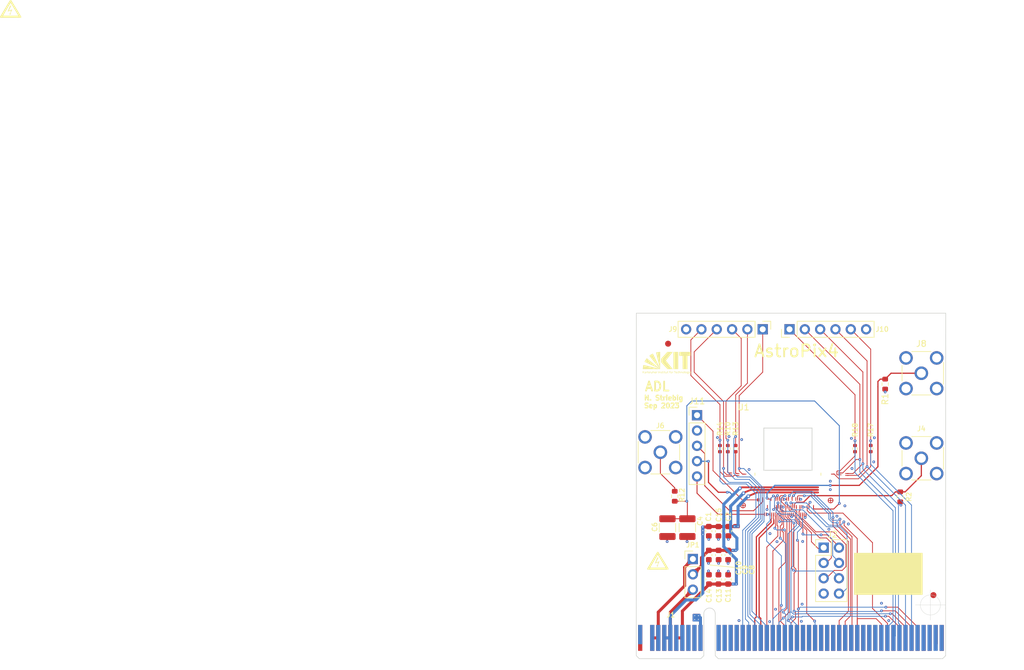
<source format=kicad_pcb>
(kicad_pcb (version 20221018) (generator pcbnew)
  (title_block (title "AstroPix4 Carrier") (date "2023-09-28") (rev "1.0") (company "Nicolas Striebig, KIT IPE"))
  (layers (0 "F.Cu" signal) (1 "In1.Cu" signal) (2 "In2.Cu" signal) (31 "B.Cu" signal) (34 "B.Paste" user) (35 "F.Paste" user) (36 "B.SilkS" user "B.Silkscreen") (37 "F.SilkS" user "F.Silkscreen") (38 "B.Mask" user) (39 "F.Mask" user) (44 "Edge.Cuts" user))
  (net 0 "")
  (net 1 "VDD")
  (net 2 "VDDA")
  (net 5 "suba")
  (net 6 "/res_n")
  (net 8 "/DAC_blpix")
  (net 9 "/Inj")
  (net 10 "/DAC_VCasc2!")
  (net 11 "/DAC_vminuspix")
  (net 12 "/DAC_ThPix")
  (net 13 "/timestamp_clk")
  (net 14 "/sr_ck2")
  (net 15 "/sr_ck1")
  (net 16 "/sr_ld")
  (net 17 "/sr_sin")
  (net 18 "/hold")
  (net 19 "GND")
  (net 20 "/interrupt")
  (net 21 "/VDD18_in")
  (net 23 "/POW4_in")
  (net 24 "/spi_left_csn")
  (net 25 "/spi_left_clk")
  (net 26 "/spi_left_mosi")
  (net 27 "/spi_left_miso0")
  (net 28 "/spi_left_miso1")
  (net 29 "/spi_right_csn")
  (net 30 "/spi_right_clk")
  (net 31 "/spi_right_mosi")
  (net 32 "/spi_right_miso0")
  (net 33 "/spi_right_miso1")
  (net 36 "/sr_rb")
  (net 37 "/sr_out")
  (net 69 "/clk20_P")
  (net 70 "/DigInj")
  (net 71 "/clk20_N")
  (net 80 "unconnected-(J1-FMC_LA16_N-PadB41)")
  (net 81 "/sr_ldtdac")
  (net 85 "/vdac_test")
  (net 86 "VSSA")
  (net 87 "Net-(J4-In)")
  (net 88 "Net-(J8-In)")
  (net 89 "Net-(J11-Pin_1)")
  (net 90 "Net-(J11-Pin_3)")
  (net 91 "Net-(J11-Pin_5)")
  (net 92 "Net-(U1B-spi_left_MISO1)")
  (net 93 "Net-(U1B-spi_left_MISO0)")
  (net 94 "Net-(U1B-spi_left_CSN)")
  (net 95 "Net-(U1B-spi_right_MOSI)")
  (net 96 "Net-(U1B-spi_right_CLK)")
  (net 97 "/HV_in_ext")
  (net 98 "/Vtemp1")
  (net 99 "/Vtemp2")
  (net 100 "/cascpix")
  (net 101 "/pamp")
  (net 102 "/VPBias")
  (net 103 "/pload")
  (net 105 "unconnected-(U1B-Qdac<1>-PadB52)")
  (footprint "Capacitor_SMD:C_0603_1608Metric" (layer "F.Cu") (at 120.7516 92.0496 -90)
    (fp_text reference "C8")
    (fp_text value "1nF" hide)
  )
  (footprint "Capacitor_SMD:C_0603_1608Metric" (layer "F.Cu") (at 119.1768 92.0496 -90)
    (fp_text reference "C9")
    (fp_text value ".1uF" hide)
  )
  (footprint "Capacitor_SMD:C_0603_1608Metric" (layer "F.Cu") (at 117.5512 92.0496 -90)
    (fp_text reference "C10")
    (fp_text value "10uF" hide)
  )
  (footprint "Connector_Coaxial:SMA_Molex_73251-2200_Horizontal" (layer "F.Cu") (at 109.52 75 90)
    (fp_text reference "J6")
    (fp_text value "HV_in_external" hide)
  )
  (footprint "Connector_PinHeader_2.54mm:PinHeader_1x06_P2.54mm_Vertical" (layer "F.Cu") (at 126.492 54.61 -90)
    (fp_text reference "J9")
    (fp_text value "SPI_left" hide)
  )
  (footprint "Capacitor_SMD:C_1210_3225Metric" (layer "F.Cu") (at 110.6932 87.503 90)
    (fp_text reference "C6")
    (fp_text value ".1uF" hide)
  )
  (footprint "Capacitor_SMD:C_1210_3225Metric" (layer "F.Cu") (at 113.9952 87.503 90)
    (fp_text reference "C4")
    (fp_text value "1nF" hide)
  )
  (footprint "Fiducial:Fiducial_1mm_Mask2mm" (layer "F.Cu") (at 154.8 98.7)
    (fp_text reference "FID2" hide)
    (fp_text value "Fiducial" hide)
  )
  (footprint "Connector_PinHeader_2.54mm:PinHeader_1x06_P2.54mm_Vertical" (layer "F.Cu") (at 130.937 54.61 90)
    (fp_text reference "J10")
    (fp_text value "SPI_right" hide)
  )
  (footprint "astropix:pcie_astropix" (layer "F.Cu") (at 129.032 100.711)
    (fp_text reference "J1")
    (fp_text value "pcie_GECCO" hide)
    (fp_line (start -23.51 0.13) (end -23.51 8.03) (stroke (width 0.1)) (layer "Edge.Cuts"))
    (fp_line (start -23.51 8.03) (end -23.01 8.53) (stroke (width 0.1)) (layer "Edge.Cuts"))
    (fp_line (start -23.01 8.53) (end -12.81 8.53) (stroke (width 0.1)) (layer "Edge.Cuts"))
    (fp_line (start -12.31 1.08) (end -12.31 8.03) (stroke (width 0.1)) (layer "Edge.Cuts"))
    (fp_line (start -12.31 8.03) (end -12.81 8.53) (stroke (width 0.1)) (layer "Edge.Cuts"))
    (fp_line (start -10.41 1.08) (end -10.41 8.03) (stroke (width 0.1)) (layer "Edge.Cuts"))
    (fp_line (start -10.41 8.03) (end -9.91 8.53) (stroke (width 0.1)) (layer "Edge.Cuts"))
    (fp_line (start -9.91 8.53) (end 27.29 8.53) (stroke (width 0.1)) (layer "Edge.Cuts"))
    (fp_line (start 27.79 0.13) (end 27.79 8.03) (stroke (width 0.1)) (layer "Edge.Cuts"))
    (fp_line (start 27.79 8.03) (end 27.29 8.53) (stroke (width 0.1)) (layer "Edge.Cuts"))
    (fp_arc (start -12.31 1.08) (mid -11.36 0.13) (end -10.41 1.08) (stroke (width 0.1)) (layer "Edge.Cuts"))
  )
  (footprint "Connector_PinHeader_2.54mm:PinHeader_1x03_P2.54mm_Vertical" (layer "F.Cu") (at 114.9096 92.71)
    (fp_text reference "JP1")
    (fp_text value "VDD_JP" hide)
  )
  (footprint "Capacitor_SMD:C_0603_1608Metric" (layer "F.Cu") (at 120.7516 96.0882 90)
    (fp_text reference "C11")
    (fp_text value "1nF" hide)
  )
  (footprint "Capacitor_SMD:C_0603_1608Metric" (layer "F.Cu") (at 119.1514 96.0882 90)
    (fp_text reference "C13")
    (fp_text value ".1uF" hide)
  )
  (footprint "astropix:hv" (layer "F.Cu") (at 109.1 93)
    (fp_text reference "Logo2" hide)
    (fp_text value "HV_logo" hide)
  )
  (footprint "Resistor_SMD:R_0603_1608Metric" (layer "F.Cu") (at 111.9 82.3 -90)
    (fp_text reference "R12")
    (fp_text value "1k" hide)
  )
  (footprint "Capacitor_SMD:C_0603_1608Metric" (layer "F.Cu") (at 117.5766 96.0882 90)
    (fp_text reference "C14")
    (fp_text value "10uF" hide)
  )
  (footprint "Resistor_SMD:R_0402_1005Metric" (layer "F.Cu") (at 122 74.4 90)
    (fp_text reference "R13")
    (fp_text value "22" hide)
  )
  (footprint "Resistor_SMD:R_0402_1005Metric" (layer "F.Cu") (at 119.4 74.4 90)
    (fp_text reference "R14")
    (fp_text value "22" hide)
  )
  (footprint "Resistor_SMD:R_0402_1005Metric" (layer "F.Cu") (at 120.7 74.4 90)
    (fp_text reference "R10")
    (fp_text value "22" hide)
  )
  (footprint "MountingHole:MountingHole_3.2mm_M3" (layer "F.Cu") (at 118.85 59.95)
    (fp_text reference "H1" hide)
    (fp_text value "MountingHole" hide)
  )
  (footprint "Fiducial:Fiducial_1mm_Mask2mm" (layer "F.Cu") (at 110.8 57)
    (fp_text reference "FID1" hide)
    (fp_text value "Fiducial" hide)
  )
  (footprint "astropix:logo" (layer "F.Cu") (at 110.6 60.2)
    (fp_text reference "Logo1" hide)
    (fp_text value "KIT_logo" hide)
  )
  (footprint "astropix:bonder" (layer "F.Cu") (at 131.5 68.8)
    (fp_text reference "H3" hide)
    (fp_text value "bonder" hide)
  )
  (footprint "MountingHole:MountingHole_3.2mm_M3" (layer "F.Cu") (at 145.4 87.1)
    (fp_text reference "H2" hide)
    (fp_text value "MountingHole" hide)
  )
  (footprint "Resistor_SMD:R_0402_1005Metric" (layer "F.Cu") (at 141.8 74.4 -90)
    (fp_text reference "R18")
    (fp_text value "22")
  )
  (footprint "Connector_Coaxial:SMA_Molex_73251-2200_Horizontal" (layer "F.Cu") (at 152.8 76 -90)
    (fp_text reference "J4")
    (fp_text value "SFOut" hide)
  )
  (footprint "astropix:AstroPix4" (layer "F.Cu") (at 125.6725 79.995)
    (fp_text reference "U1")
    (fp_text value "AstroPix4_split_powerring")
    (fp_line (start 1 -9) (end 9 -9) (stroke (width 0.12)) (layer "Edge.Cuts"))
    (fp_line (start 1 -2) (end 1 -9) (stroke (width 0.12)) (layer "Edge.Cuts"))
    (fp_line (start 9 -9) (end 9 -2) (stroke (width 0.12)) (layer "Edge.Cuts"))
    (fp_line (start 9 -2) (end 1 -2) (stroke (width 0.12)) (layer "Edge.Cuts"))
  )
  (footprint "Capacitor_SMD:C_0603_1608Metric" (layer "F.Cu") (at 120.8 88.1 -90)
    (fp_text reference "C2")
    (fp_text value ".1uF" hide)
  )
  (footprint "Connector_PinHeader_2.54mm:PinHeader_1x05_P2.54mm_Vertical" (layer "F.Cu") (at 115.6 68.86)
    (fp_text reference "J11")
    (fp_text value "HV")
  )
  (footprint "Capacitor_SMD:C_0603_1608Metric" (layer "F.Cu") (at 119.15 88.1 -90)
    (fp_text reference "C15")
    (fp_text value "10uF" hide)
  )
  (footprint "Connector_PinHeader_2.54mm:PinHeader_2x04_P2.54mm_Vertical" (layer "F.Cu") (at 136.6 90.82)
    (fp_text reference "J2")
    (fp_text value "Conn_02x04_Odd_Even")
  )
  (footprint "Connector_Coaxial:SMA_Molex_73251-2200_Horizontal" (layer "F.Cu") (at 152.8 61.9 -90)
    (fp_text reference "J8")
    (fp_text value "HBOut")
  )
  (footprint "astropix:hv" (layer "F.Cu") (at 1.768853 1.47185)
    (fp_text reference "Logo3" hide)
    (fp_text value "HV_logo" hide)
  )
  (footprint "Resistor_SMD:R_0603_1608Metric" (layer "F.Cu") (at 146.8 63.7 -90)
    (fp_text reference "R1")
    (fp_text value "2.2k")
  )
  (footprint "Resistor_SMD:R_0402_1005Metric" (layer "F.Cu") (at 144.4 74.39 -90)
    (fp_text reference "R17")
    (fp_text value "22")
  )
  (footprint "Capacitor_SMD:C_0603_1608Metric" (layer "F.Cu") (at 117.55 88.1 -90)
    (fp_text reference "C1")
    (fp_text value "1nF" hide)
  )
  (footprint "Resistor_SMD:R_0603_1608Metric" (layer "F.Cu") (at 149.3 82.4 -90)
    (fp_text reference "R2")
    (fp_text value "2.2k" hide)
  )
  (gr_poly (pts (xy 152.968 98.6) (xy 141.6904 98.6) (xy 141.6904 91.742) (xy 152.968 91.742)) (stroke (width 0.1)) (fill solid) (layer "F.SilkS"))
  (gr_line (start 121.8 94.1) (end 117.7 93.7) (stroke (width 0.12)) (layer "F.SilkS"))
  (gr_line (start 105.522 100.841) (end 105.537 51.943) (stroke (width 0.1)) (layer "Edge.Cuts"))
  (gr_line (start 105.537 51.943) (end 156.845 51.943) (stroke (width 0.1)) (layer "Edge.Cuts"))
  (gr_line (start 156.845 51.943) (end 156.822 100.841) (stroke (width 0.1)) (layer "Edge.Cuts"))
  (gr_text "AstroPix4\n" (at 124.9 58.2) (layer "F.SilkS") (effects (font (size 2 2) (thickness 0.3)) (justify left)))
  (gr_text "N. Striebig\nSep 2023" (at 106.714 66.64) (layer "F.SilkS") (effects (font (size 0.8 0.8) (thickness 0.2)) (justify left)))
  (gr_text "ADL" (at 109 64.1) (layer "F.SilkS") (effects (font (size 1.5 1.5) (thickness 0.3))))
  (target plus (at 154.305 100.33) (size 5) (width 0.05) (layer "Edge.Cuts"))
  (segment (start 121.5237 91.2746) (end 122.0254 91.2746) (width 0.25) (layer "F.Cu") (net 1))
  (segment (start 117.5512 91.2746) (end 122.0254 91.2746) (width 0.5) (layer "F.Cu") (net 1))
  (segment (start 116.332 92.4938) (end 117.5512 91.2746) (width 0.5) (layer "F.Cu") (net 1))
  (segment (start 114.9096 95.25) (end 116.332 93.8276) (width 0.5) (layer "F.Cu") (net 1))
  (segment (start 116.332 93.8276) (end 116.332 92.4938) (width 0.5) (layer "F.Cu") (net 1))
  (via (at 122.0254 91.2746) (size 0.45) (drill 0.15) (layers "F.Cu" "B.Cu") (net 1))
  (via (at 123.3 81.8) (size 0.6) (drill 0.3) (layers "F.Cu" "B.Cu") (net 1))
  (via (at 121.5237 91.2746) (size 0.45) (drill 0.15) (layers "F.Cu" "B.Cu") (net 1))
  (segment (start 122.208529 89.228529) (end 122.208529 91.091471) (width 0.5) (layer "B.Cu") (net 1))
  (segment (start 123.3 81.8) (end 121.175 83.925) (width 0.5) (layer "B.Cu") (net 1))
  (segment (start 122.0254 91.2746) (end 121.5237 91.2746) (width 0.5) (layer "B.Cu") (net 1))
  (segment (start 121.175 83.925) (end 121.175 87.805) (width 0.5) (layer "B.Cu") (net 1))
  (segment (start 121.175 87.805) (end 121.18 87.81) (width 0.5) (layer "B.Cu") (net 1))
  (segment (start 122.208529 91.091471) (end 122.0254 91.2746) (width 0.5) (layer "B.Cu") (net 1))
  (segment (start 121.18 87.81) (end 121.18 88.2) (width 0.5) (layer "B.Cu") (net 1))
  (segment (start 121.18 88.2) (end 122.208529 89.228529) (width 0.5) (layer "B.Cu") (net 1))
  (segment (start 117.5 76.512) (end 117.488 76.5) (width 0.125) (layer "F.Cu") (net 2))
  (segment (start 113.172 101.340602) (end 117.5512 96.961402) (width 0.5) (layer "F.Cu") (net 2))
  (segment (start 112.172 105.791) (end 113.172 105.791) (width 0.5) (layer "F.Cu") (net 2))
  (segment (start 120.7516 96.8632) (end 121.551404 96.8632) (width 0.25) (layer "F.Cu") (net 2))
  (segment (start 123.6725 80.795) (end 122.905 80.795) (width 0.15) (layer "F.Cu") (net 2))
  (segment (start 120.620492 81.64) (end 119.14 81.64) (width 0.2) (layer "F.Cu") (net 2))
  (segment (start 122.1102 96.8632) (end 122.1232 96.8502) (width 0.5) (layer "F.Cu") (net 2))
  (segment (start 119.14 81.64) (end 117.5 80) (width 0.2) (layer "F.Cu") (net 2))
  (segment (start 122.905 80.795) (end 122.7 81) (width 0.15) (layer "F.Cu") (net 2))
  (segment (start 117.5 80) (end 117.5 76.512) (width 0.2) (layer "F.Cu") (net 2))
  (segment (start 117.5512 96.961402) (end 117.5512 96.8632) (width 0.5) (layer "F.Cu") (net 2))
  (segment (start 117.5512 96.8632) (end 120.7516 96.8632) (width 0.5) (layer "F.Cu") (net 2))
  (segment (start 113.172 105.791) (end 113.172 101.340602) (width 0.5) (layer "F.Cu") (net 2))
  (segment (start 120.7516 96.8632) (end 122.1102 96.8632) (width 0.5) (layer "F.Cu") (net 2))
  (via (at 117.488 76.5) (size 0.45) (drill 0.15) (layers "F.Cu" "B.Cu") (net 2))
  (via (at 121.551404 96.8632) (size 0.45) (drill 0.15) (layers "F.Cu" "B.Cu") (net 2))
  (via (at 122.1232 96.8502) (size 0.45) (drill 0.15) (layers "F.Cu" "B.Cu") (net 2))
  (via (at 120.620492 81.64) (size 0.45) (drill 0.15) (layers "F.Cu" "B.Cu") (net 2))
  (via (at 122.7 81) (size 0.6) (drill 0.3) (layers "F.Cu" "B.Cu") (net 2))
  (segment (start 122.1232 92.757983) (end 122.1232 96.8502) (width 0.5) (layer "B.Cu") (net 2))
  (segment (start 121.02 81.64) (end 121.515 82.135) (width 0.2) (layer "B.Cu") (net 2))
  (segment (start 122.7 81) (end 122.7 80.95) (width 0.5) (layer "B.Cu") (net 2))
  (segment (start 121.515 82.135) (end 120.04 83.61) (width 0.5) (layer "B.Cu") (net 2))
  (segment (start 122.1232 96.8502) (end 121.564404 96.8502) (width 0.5) (layer "B.Cu") (net 2))
  (segment (start 122.7 80.95) (end 121.515 82.135) (width 0.5) (layer "B.Cu") (net 2))
  (segment (start 120.04 83.61) (end 120.04 90.674783) (width 0.5) (layer "B.Cu") (net 2))
  (segment (start 117.488 76.5) (end 115.62 76.5) (width 0.2) (layer "B.Cu") (net 2))
  (segment (start 120.620492 81.64) (end 121.02 81.64) (width 0.2) (layer "B.Cu") (net 2))
  (segment (start 122.6725 80.995) (end 122.6675 81) (width 0.5) (layer "B.Cu") (net 2))
  (segment (start 120.04 90.674783) (end 122.1232 92.757983) (width 0.5) (layer "B.Cu") (net 2))
  (segment (start 122.6675 81) (end 122.7 81) (width 0.5) (layer "B.Cu") (net 2))
  (segment (start 121.564404 96.8502) (end 121.551404 96.8632) (width 0.25) (layer "B.Cu") (net 2))
  (segment (start 115.62 76.5) (end 115.6 76.48) (width 0.125) (layer "B.Cu") (net 2))
  (segment (start 113.9 83.125) (end 113.9952 83.2202) (width 0.15) (layer "F.Cu") (net 5))
  (segment (start 134.9225 84.3525) (end 134.9225 84.045) (width 0.15) (layer "F.Cu") (net 5))
  (segment (start 134.99 84.42) (end 134.9225 84.3525) (width 0.15) (layer "F.Cu") (net 5))
  (segment (start 113.9 83.125) (end 111.9 83.125) (width 0.15) (layer "F.Cu") (net 5))
  (segment (start 110.6932 86.028) (end 113.9952 86.028) (width 0.15) (layer "F.Cu") (net 5))
  (segment (start 139.2 83.49) (end 138.27 84.42) (width 0.15) (layer "F.Cu") (net 5))
  (segment (start 113.9952 83.2202) (end 113.9952 86.028) (width 0.15) (layer "F.Cu") (net 5))
  (segment (start 138.27 84.42) (end 134.99 84.42) (width 0.15) (layer "F.Cu") (net 5))
  (via (at 113.9 83.125) (size 0.45) (drill 0.15) (layers "F.Cu" "B.Cu") (net 5))
  (via (at 139.2 83.49) (size 0.45) (drill 0.15) (layers "F.Cu" "B.Cu") (net 5))
  (segment (start 135.1 66.5) (end 114.7 66.5) (width 0.15) (layer "B.Cu") (net 5))
  (segment (start 139.2 83.49) (end 139.2 70.6) (width 0.15) (layer "B.Cu") (net 5))
  (segment (start 114.7 66.5) (end 113.9 67.3) (width 0.15) (layer "B.Cu") (net 5))
  (segment (start 113.9 67.3) (end 113.9 83.125) (width 0.15) (layer "B.Cu") (net 5))
  (segment (start 139.2 70.6) (end 135.1 66.5) (width 0.15) (layer "B.Cu") (net 5))
  (segment (start 128.6725 82.5025) (end 128.405272 82.235272) (width 0.125) (layer "F.Cu") (net 6))
  (segment (start 129.4875 103.0875) (end 130.172 103.772) (width 0.125) (layer "F.Cu") (net 6))
  (segment (start 128.6725 82.77) (end 128.6725 82.5025) (width 0.125) (layer "F.Cu") (net 6))
  (segment (start 129.4875 100.4965) (end 129.4875 103.0875) (width 0.125) (layer "F.Cu") (net 6))
  (segment (start 130.172 103.772) (end 130.172 105.791) (width 0.125) (layer "F.Cu") (net 6))
  (segment (start 128.405272 82.235272) (end 128.265771 82.235272) (width 0.125) (layer "F.Cu") (net 6))
  (segment (start 129.584 100.4) (end 129.4875 100.4965) (width 0.125) (layer "F.Cu") (net 6))
  (via (at 128.265771 82.235272) (size 0.45) (drill 0.15) (layers "F.Cu" "B.Cu") (net 6))
  (via (at 129.584 100.4) (size 0.45) (drill 0.15) (layers "F.Cu" "B.Cu") (net 6))
  (segment (start 129.584 100.4) (end 129.584 92.184) (width 0.125) (layer "B.Cu") (net 6))
  (segment (start 127.15 86.9) (end 127.7125 86.3375) (width 0.125) (layer "B.Cu") (net 6))
  (segment (start 127.7125 86.3375) (end 127.7125 82.788543) (width 0.125) (layer "B.Cu") (net 6))
  (segment (start 127.7125 82.788543) (end 128.265771 82.235272) (width 0.125) (layer "B.Cu") (net 6))
  (segment (start 129.584 92.184) (end 127.15 89.75) (width 0.125) (layer "B.Cu") (net 6))
  (segment (start 127.15 89.75) (end 127.15 86.9) (width 0.125) (layer "B.Cu") (net 6))
  (segment (start 130.7725 82.3275) (end 130.9 82.2) (width 0.125) (layer "F.Cu") (net 8))
  (segment (start 138.15 87.25) (end 140.7 89.8) (width 0.125) (layer "F.Cu") (net 8))
  (segment (start 130.7725 82.77) (end 130.7725 82.3275) (width 0.125) (layer "F.Cu") (net 8))
  (segment (start 140.7 89.8) (end 140.7 101.4) (width 0.125) (layer "F.Cu") (net 8))
  (segment (start 140.7 101.4) (end 139.172 102.928) (width 0.125) (layer "F.Cu") (net 8))
  (segment (start 139.172 102.928) (end 139.172 105.791) (width 0.125) (layer "F.Cu") (net 8))
  (segment (start 138.15 85.85) (end 138.15 87.25) (width 0.125) (layer "F.Cu") (net 8))
  (via (at 138.15 85.85) (size 0.45) (drill 0.15) (layers "F.Cu" "B.Cu") (net 8))
  (via (at 130.9 82.2) (size 0.45) (drill 0.15) (layers "F.Cu" "B.Cu") (net 8))
  (segment (start 130.9 82.186136) (end 131.579605 81.506531) (width 0.125) (layer "B.Cu") (net 8))
  (segment (start 130.9 82.2) (end 130.9 82.186136) (width 0.125) (layer "B.Cu") (net 8))
  (segment (start 131.579605 81.506531) (end 134.656531 81.506531) (width 0.125) (layer "B.Cu") (net 8))
  (segment (start 138.15 85) (end 134.656531 81.506531) (width 0.125) (layer "B.Cu") (net 8))
  (segment (start 138.15 85.85) (end 138.15 85) (width 0.125) (layer "B.Cu") (net 8))
  (segment (start 131.8325 84.5325) (end 132.15 84.850001) (width 0.125) (layer "F.Cu") (net 9))
  (segment (start 131.1725 84.482499) (end 131.2225 84.5325) (width 0.125) (layer "F.Cu") (net 9))
  (segment (start 131.2225 84.5325) (end 131.8325 84.5325) (width 0.125) (layer "F.Cu") (net 9))
  (segment (start 132.15 86.303554) (end 133.79 87.943554) (width 0.125) (layer "F.Cu") (net 9))
  (segment (start 133.79 101.69) (end 135.1 103) (width 0.125) (layer "F.Cu") (net 9))
  (segment (start 132.15 84.850001) (end 132.15 86.303554) (width 0.125) (layer "F.Cu") (net 9))
  (segment (start 131.1725 84.045) (end 131.1725 84.482499) (width 0.125) (layer "F.Cu") (net 9))
  (segment (start 133.79 87.943554) (end 133.79 101.69) (width 0.125) (layer "F.Cu") (net 9))
  (via (at 135.1 103) (size 0.45) (drill 0.15) (layers "F.Cu" "B.Cu") (net 9))
  (segment (start 135.172 105.791) (end 135.172 103.072) (width 0.125) (layer "B.Cu") (net 9))
  (segment (start 135.172 103.072) (end 135.1 103) (width 0.125) (layer "B.Cu") (net 9))
  (segment (start 132.2725 82.3325) (end 132.2725 82.77) (width 0.125) (layer "F.Cu") (net 10))
  (segment (start 133.39 82.22) (end 132.385 82.22) (width 0.125) (layer "F.Cu") (net 10))
  (segment (start 141.05 89.4) (end 138.85 87.2) (width 0.125) (layer "F.Cu") (net 10))
  (segment (start 138.85 86.7) (end 138.85 87.2) (width 0.125) (layer "F.Cu") (net 10))
  (segment (start 140.172 103.028) (end 141.05 102.15) (width 0.125) (layer "F.Cu") (net 10))
  (segment (start 132.385 82.22) (end 132.2725 82.3325) (width 0.125) (layer "F.Cu") (net 10))
  (segment (start 141.05 102.15) (end 141.05 89.4) (width 0.125) (layer "F.Cu") (net 10))
  (segment (start 140.172 105.791) (end 140.172 103.028) (width 0.125) (layer "F.Cu") (net 10))
  (via (at 138.85 86.7) (size 0.45) (drill 0.15) (layers "F.Cu" "B.Cu") (net 10))
  (via (at 133.39 82.22) (size 0.45) (drill 0.15) (layers "F.Cu" "B.Cu") (net 10))
  (segment (start 137.45 86.086917) (end 138.063083 86.7) (width 0.125) (layer "B.Cu") (net 10))
  (segment (start 133.39 82.22) (end 134.423553 82.22) (width 0.125) (layer "B.Cu") (net 10))
  (segment (start 134.423553 82.22) (end 137.45 85.246447) (width 0.125) (layer "B.Cu") (net 10))
  (segment (start 137.45 85.246447) (end 137.45 86.086917) (width 0.125) (layer "B.Cu") (net 10))
  (segment (start 138.063083 86.7) (end 138.85 86.7) (width 0.125) (layer "B.Cu") (net 10))
  (segment (start 142.172 105.791) (end 142.172 102.6) (width 0.125) (layer "F.Cu") (net 11))
  (segment (start 131.260498 83.395498) (end 131.4725 83.6075) (width 0.125) (layer "F.Cu") (net 11))
  (segment (start 131.17 83.395498) (end 131.260498 83.395498) (width 0.125) (layer "F.Cu") (net 11))
  (segment (start 140 87.15) (end 140 86.6) (width 0.125) (layer "F.Cu") (net 11))
  (segment (start 146.172 103.472) (end 146.172 105.791) (width 0.125) (layer "F.Cu") (net 11))
  (segment (start 145.3 102.6) (end 146.172 103.472) (width 0.125) (layer "F.Cu") (net 11))
  (segment (start 142.172 89.322) (end 140 87.15) (width 0.125) (layer "F.Cu") (net 11))
  (segment (start 140 86.6) (end 139.95 86.55) (width 0.125) (layer "F.Cu") (net 11))
  (segment (start 142.172 105.791) (end 142.172 89.322) (width 0.125) (layer "F.Cu") (net 11))
  (segment (start 131.4725 83.6075) (end 131.4725 84.045) (width 0.125) (layer "F.Cu") (net 11))
  (segment (start 142.172 102.6) (end 145.3 102.6) (width 0.125) (layer "F.Cu") (net 11))
  (via (at 131.17 83.395498) (size 0.45) (drill 0.15) (layers "F.Cu" "B.Cu") (net 11))
  (via (at 139.95 86.55) (size 0.45) (drill 0.15) (layers "F.Cu" "B.Cu") (net 11))
  (segment (start 133.732998 83.395498) (end 137.445 87.1075) (width 0.125) (layer "B.Cu") (net 11))
  (segment (start 137.445 87.1075) (end 137.744417 87.1075) (width 0.125) (layer "B.Cu") (net 11))
  (segment (start 137.744417 87.1075) (end 137.749417 87.1125) (width 0.125) (layer "B.Cu") (net 11))
  (segment (start 137.749417 87.1125) (end 139.3875 87.1125) (width 0.125) (layer "B.Cu") (net 11))
  (segment (start 139.3875 87.1125) (end 139.95 86.55) (width 0.125) (layer "B.Cu") (net 11))
  (segment (start 131.17 83.395498) (end 133.732998 83.395498) (width 0.125) (layer "B.Cu") (net 11))
  (segment (start 131.3725 82.4275) (end 131.3725 82.77) (width 0.125) (layer "F.Cu") (net 12))
  (segment (start 139.3 86.1) (end 139.3 87) (width 0.125) (layer "F.Cu") (net 12))
  (segment (start 131.6 82.2) (end 131.3725 82.4275) (width 0.125) (layer "F.Cu") (net 12))
  (segment (start 141.172 103.991) (end 141.172 105.791) (width 0.125) (layer "F.Cu") (net 12))
  (segment (start 139.3 87) (end 141.3 89) (width 0.125) (layer "F.Cu") (net 12))
  (segment (start 141.3 89) (end 141.3 103.863) (width 0.125) (layer "F.Cu") (net 12))
  (segment (start 141.3 103.863) (end 141.172 103.991) (width 0.125) (layer "F.Cu") (net 12))
  (via (at 131.6 82.2) (size 0.45) (drill 0.15) (layers "F.Cu" "B.Cu") (net 12))
  (via (at 139.3 86.1) (size 0.45) (drill 0.15) (layers "F.Cu" "B.Cu") (net 12))
  (segment (start 131.6 82.2) (end 132.043469 81.756531) (width 0.125) (layer "B.Cu") (net 12))
  (segment (start 139.1125 86.2875) (end 139.3 86.1) (width 0.125) (layer "B.Cu") (net 12))
  (segment (start 137.7375 85.0875) (end 137.7375 86.020864) (width 0.125) (layer "B.Cu") (net 12))
  (segment (start 137.7375 86.020864) (end 138.004136 86.2875) (width 0.125) (layer "B.Cu") (net 12))
  (segment (start 132.043469 81.756531) (end 134.406531 81.756531) (width 0.125) (layer "B.Cu") (net 12))
  (segment (start 134.406531 81.756531) (end 137.7375 85.0875) (width 0.125) (layer "B.Cu") (net 12))
  (segment (start 138.004136 86.2875) (end 139.1125 86.2875) (width 0.125) (layer "B.Cu") (net 12))
  (segment (start 129.95 87.438679) (end 129.675 87.713679) (width 0.125) (layer "F.Cu") (net 13))
  (segment (start 129.628946 84.7825) (end 129.7225 84.876054) (width 0.125) (layer "F.Cu") (net 13))
  (segment (start 129.7225 84.876054) (end 129.7225 85.968946) (width 0.125) (layer "F.Cu") (net 13))
  (segment (start 129.9125 88.292907) (end 129.9125 89.6375) (width 0.125) (layer "F.Cu") (net 13))
  (segment (start 129.675 88.055407) (end 129.9125 88.292907) (width 0.125) (layer "F.Cu") (net 13))
  (segment (start 129.675 87.713679) (end 129.675 88.055407) (width 0.125) (layer "F.Cu") (net 13))
  (segment (start 128.7725 84.045) (end 128.7725 84.4825) (width 0.125) (layer "F.Cu") (net 13))
  (segment (start 129.95 86.196446) (end 129.95 87.438679) (width 0.125) (layer "F.Cu") (net 13))
  (segment (start 129.0725 84.7825) (end 129.628946 84.7825) (width 0.125) (layer "F.Cu") (net 13))
  (segment (start 129.9125 89.6375) (end 128.172 91.378) (width 0.125) (layer "F.Cu") (net 13))
  (segment (start 128.7725 84.4825) (end 129.0725 84.7825) (width 0.125) (layer "F.Cu") (net 13))
  (segment (start 129.7225 85.968946) (end 129.95 86.196446) (width 0.125) (layer "F.Cu") (net 13))
  (segment (start 128.172 91.378) (end 128.172 105.791) (width 0.125) (layer "F.Cu") (net 13))
  (segment (start 147.9685 101.7875) (end 150.172 103.991) (width 0.125) (layer "F.Cu") (net 14))
  (segment (start 129.0725 83.6075) (end 129.0725 84.045) (width 0.125) (layer "F.Cu") (net 14))
  (segment (start 129.0225 83.5575) (end 129.0725 83.6075) (width 0.125) (layer "F.Cu") (net 14))
  (segment (start 129.026827 83.419502) (end 129.0225 83.423829) (width 0.125) (layer "F.Cu") (net 14))
  (segment (start 150.172 103.991) (end 150.172 105.791) (width 0.125) (layer "F.Cu") (net 14))
  (segment (start 129.0225 83.423829) (end 129.0225 83.5575) (width 0.125) (layer "F.Cu") (net 14))
  (segment (start 147.66 101.7875) (end 147.9685 101.7875) (width 0.125) (layer "F.Cu") (net 14))
  (via (at 147.66 101.7875) (size 0.45) (drill 0.15) (layers "F.Cu" "B.Cu") (net 14))
  (via (at 129.026827 83.419502) (size 0.45) (drill 0.15) (layers "F.Cu" "B.Cu") (net 14))
  (segment (start 132.57 86.37) (end 132.57 87.19) (width 0.125) (layer "B.Cu") (net 14))
  (segment (start 147.66 101.7875) (end 132.215864 101.7875) (width 0.125) (layer "B.Cu") (net 14))
  (segment (start 131.1755 94.2245) (end 131.1755 101.4365) (width 0.125) (layer "B.Cu") (net 14))
  (segment (start 131.558536 101.8325) (end 131.1755 101.449464) (width 0.125) (layer "B.Cu") (net 14))
  (segment (start 131 101.612) (end 131 102.5) (width 0.125) (layer "B.Cu") (net 14))
  (segment (start 132.215864 101.7875) (end 132.170864 101.8325) (width 0.125) (layer "B.Cu") (net 14))
  (segment (start 132.57 87.19) (end 131.5 88.26) (width 0.125) (layer "B.Cu") (net 14))
  (segment (start 131 102.5) (end 132.172 103.672) (width 0.125) (layer "B.Cu") (net 14))
  (segment (start 129.026827 83.419502) (end 128.9625 83.483829) (width 0.125) (layer "B.Cu") (net 14))
  (segment (start 131.5 88.26) (end 131.5 93.9) (width 0.125) (layer "B.Cu") (net 14))
  (segment (start 129.533947 85.2875) (end 131.4875 85.2875) (width 0.125) (layer "B.Cu") (net 14))
  (segment (start 132.170864 101.8325) (end 131.558536 101.8325) (width 0.125) (layer "B.Cu") (net 14))
  (segment (start 131.1755 101.4365) (end 131 101.612) (width 0.125) (layer "B.Cu") (net 14))
  (segment (start 128.9625 84.716053) (end 129.533947 85.2875) (width 0.125) (layer "B.Cu") (net 14))
  (segment (start 128.9625 83.483829) (end 128.9625 84.716053) (width 0.125) (layer "B.Cu") (net 14))
  (segment (start 131.4875 85.2875) (end 132.57 86.37) (width 0.125) (layer "B.Cu") (net 14))
  (segment (start 131.5 93.9) (end 131.1755 94.2245) (width 0.125) (layer "B.Cu") (net 14))
  (segment (start 132.172 103.672) (end 132.172 105.791) (width 0.125) (layer "B.Cu") (net 14))
  (segment (start 130.724 102.9) (end 130.820672 102.9) (width 0.125) (layer "F.Cu") (net 15))
  (segment (start 149.172 103.9815) (end 149.172 105.791) (width 0.125) (layer "F.Cu") (net 15))
  (segment (start 128.9725 82.219138) (end 128.9725 82.77) (width 0.125) (layer "F.Cu") (net 15))
  (segment (start 128.941087 82.187725) (end 128.9725 82.219138) (width 0.125) (layer "F.Cu") (net 15))
  (segment (start 147.39 102.1995) (end 149.172 103.9815) (width 0.125) (layer "F.Cu") (net 15))
  (segment (start 130.820672 102.9) (end 131.412 102.308672) (width 0.125) (layer "F.Cu") (net 15))
  (segment (start 146.85 102.1995) (end 147.39 102.1995) (width 0.125) (layer "F.Cu") (net 15))
  (via (at 131.412 102.308672) (size 0.45) (drill 0.15) (layers "F.Cu" "B.Cu") (net 15))
  (via (at 128.941087 82.187725) (size 0.45) (drill 0.15) (layers "F.Cu" "B.Cu") (net 15))
  (via (at 130.724 102.9) (size 0.45) (drill 0.15) (layers "F.Cu" "B.Cu") (net 15))
  (via (at 146.85 102.1995) (size 0.45) (drill 0.15) (layers "F.Cu" "B.Cu") (net 15))
  (segment (start 131.415828 102.3125) (end 132.9875 102.3125) (width 0.125) (layer "B.Cu") (net 15))
  (segment (start 131.172 103.348) (end 131.172 105.791) (width 0.125) (layer "B.Cu") (net 15))
  (segment (start 131.412 102.308672) (end 131.415828 102.3125) (width 0.125) (layer "B.Cu") (net 15))
  (segment (start 128.896682 82.187725) (end 128.45 82.634407) (width 0.125) (layer "B.Cu") (net 15))
  (segment (start 132.067941 86.517941) (end 132.067941 87.142059) (width 0.125) (layer "B.Cu") (net 15))
  (segment (start 128.7125 84.9125) (end 130 86.2) (width 0.125) (layer "B.Cu") (net 15))
  (segment (start 131.75 86.2) (end 132.067941 86.517941) (width 0.125) (layer "B.Cu") (net 15))
  (segment (start 133.088939 102.211061) (end 133 102.3) (width 0.125) (layer "B.Cu") (net 15))
  (segment (start 132.067941 87.142059) (end 130.7 88.51) (width 0.125) (layer "B.Cu") (net 15))
  (segment (start 130 86.2) (end 131.75 86.2) (width 0.125) (layer "B.Cu") (net 15))
  (segment (start 128.45 82.634407) (end 128.45 84.066636) (width 0.125) (layer "B.Cu") (net 15))
  (segment (start 128.941087 82.187725) (end 128.896682 82.187725) (width 0.125) (layer "B.Cu") (net 15))
  (segment (start 128.7125 84.329136) (end 128.7125 84.9125) (width 0.125) (layer "B.Cu") (net 15))
  (segment (start 130.7 102.6) (end 130.724 102.624) (width 0.125) (layer "B.Cu") (net 15))
  (segment (start 128.45 84.066636) (end 128.7125 84.329136) (width 0.125) (layer "B.Cu") (net 15))
  (segment (start 146.85 102.1995) (end 146.838439 102.211061) (width 0.125) (layer "B.Cu") (net 15))
  (segment (start 132.9875 102.3125) (end 133.088939 102.211061) (width 0.125) (layer "B.Cu") (net 15))
  (segment (start 130.7 88.51) (end 130.7 102.6) (width 0.125) (layer "B.Cu") (net 15))
  (segment (start 130.724 102.9) (end 131.172 103.348) (width 0.125) (layer "B.Cu") (net 15))
  (segment (start 130.724 102.624) (end 130.724 102.9) (width 0.125) (layer "B.Cu") (net 15))
  (segment (start 146.838439 102.211061) (end 133.088939 102.211061) (width 0.125) (layer "B.Cu") (net 15))
  (segment (start 131.172 103.328) (end 131.94 102.56) (width 0.125) (layer "F.Cu") (net 16))
  (segment (start 129.1725 85.295) (end 129.1725 86.385) (width 0.125) (layer "F.Cu") (net 16))
  (segment (start 131.7 101.38) (end 131.7 95.031364) (width 0.125) (layer "F.Cu") (net 16))
  (segment (start 131.7 95.031364) (end 132.0005 94.730864) (width 0.125) (layer "F.Cu") (net 16))
  (segment (start 132.0005 94.389136) (end 131.655441 94.044077) (width 0.125) (layer "F.Cu") (net 16))
  (segment (start 131.655441 94.044077) (end 131.655441 86.745913) (width 0.125) (layer "F.Cu") (net 16))
  (segment (start 132.0005 94.730864) (end 132.0005 94.389136) (width 0.125) (layer "F.Cu") (net 16))
  (segment (start 129.1725 86.385) (end 129.2875 86.5) (width 0.125) (layer "F.Cu") (net 16))
  (segment (start 151.172 103.991) (end 148.481 101.3) (width 0.125) (layer "F.Cu") (net 16))
  (segment (start 131.172 105.791) (end 131.172 103.328) (width 0.125) (layer "F.Cu") (net 16))
  (segment (start 148.481 101.3) (end 146.2 101.3) (width 0.125) (layer "F.Cu") (net 16))
  (segment (start 151.172 105.791) (end 151.172 103.991) (width 0.125) (layer "F.Cu") (net 16))
  (segment (start 131.94 102.56) (end 131.94 101.62) (width 0.125) (layer "F.Cu") (net 16))
  (segment (start 131.94 101.62) (end 131.7 101.38) (width 0.125) (layer "F.Cu") (net 16))
  (via (at 146.2 101.3) (size 0.45) (drill 0.15) (layers "F.Cu" "B.Cu") (net 16))
  (via (at 131.655441 86.745913) (size 0.45) (drill 0.15) (layers "F.Cu" "B.Cu") (net 16))
  (via (at 129.2875 86.5) (size 0.45) (drill 0.15) (layers "F.Cu" "B.Cu") (net 16))
  (via (at 131.69 101.37) (size 0.45) (drill 0.15) (layers "F.Cu" "B.Cu") (net 16))
  (segment (start 146.0875 101.4125) (end 146.2 101.3) (width 0.125) (layer "B.Cu") (net 16))
  (segment (start 131.7325 101.4125) (end 146.0875 101.4125) (width 0.125) (layer "B.Cu") (net 16))
  (segment (start 131.409528 86.5) (end 131.655441 86.745913) (width 0.125) (layer "B.Cu") (net 16))
  (segment (start 131.69 101.37) (end 131.7325 101.4125) (width 0.125) (layer "B.Cu") (net 16))
  (segment (start 129.2875 86.5) (end 131.409528 86.5) (width 0.125) (layer "B.Cu") (net 16))
  (segment (start 132.4 89.762) (end 132.238 89.6) (width 0.125) (layer "F.Cu") (net 17))
  (segment (start 132.412 105.551) (end 132.412 100.665554) (width 0.125) (layer "F.Cu") (net 17))
  (segment (start 148.881 100.7) (end 152.172 103.991) (width 0.125) (layer "F.Cu") (net 17))
  (segment (start 132.4 100.653553) (end 132.4 89.762) (width 0.125) (layer "F.Cu") (net 17))
  (segment (start 132.172 105.791) (end 132.412 105.551) (width 0.125) (layer "F.Cu") (net 17))
  (segment (start 132.412 100.665554) (end 132.4 100.653553) (width 0.125) (layer "F.Cu") (net 17))
  (segment (start 130.184319 82.20313) (end 129.50187 82.20313) (width 0.125) (layer "F.Cu") (net 17))
  (segment (start 129.50187 82.20313) (end 129.2725 82.4325) (width 0.125) (layer "F.Cu") (net 17))
  (segment (start 146.92 100.7) (end 148.881 100.7) (width 0.125) (layer "F.Cu") (net 17))
  (segment (start 129.2725 82.4325) (end 129.2725 82.77) (width 0.125) (layer "F.Cu") (net 17))
  (segment (start 152.172 103.991) (end 152.172 105.791) (width 0.125) (layer "F.Cu") (net 17))
  (via (at 146.92 100.7) (size 0.45) (drill 0.15) (layers "F.Cu" "B.Cu") (net 17))
  (via (at 132.238 89.6) (size 0.45) (drill 0.15) (layers "F.Cu" "B.Cu") (net 17))
  (via (at 130.184319 82.20313) (size 0.45) (drill 0.15) (layers "F.Cu" "B.Cu") (net 17))
  (via (at 132.412 101) (size 0.45) (drill 0.15) (layers "F.Cu" "B.Cu") (net 17))
  (segment (start 146.92 100.7) (end 132.712 100.7) (width 0.125) (layer "B.Cu") (net 17))
  (segment (start 132.24 88.26) (end 132.24 89.507364) (width 0.125) (layer "B.Cu") (net 17))
  (segment (start 129.8 84.8) (end 131.7 84.8) (width 0.125) (layer "B.Cu") (net 17))
  (segment (start 130.2 82.169065) (end 130.030935 82.169065) (width 0.125) (layer "B.Cu") (net 17))
  (segment (start 130.030935 82.169065) (end 129.4875 82.7125) (width 0.125) (layer "B.Cu") (net 17))
  (segment (start 132.712 100.7) (end 132.412 101) (width 0.125) (layer "B.Cu") (net 17))
  (segment (start 129.4875 82.7125) (end 129.4875 84.4875) (width 0.125) (layer "B.Cu") (net 17))
  (segment (start 129.4875 84.4875) (end 129.8 84.8) (width 0.125) (layer "B.Cu") (net 17))
  (segment (start 131.7 84.8) (end 133.1 86.2) (width 0.125) (layer "B.Cu") (net 17))
  (segment (start 133.1 86.2) (end 133.1 87.4) (width 0.125) (layer "B.Cu") (net 17))
  (segment (start 133.1 87.4) (end 132.24 88.26) (width 0.125) (layer "B.Cu") (net 17))
  (segment (start 132.24 89.507364) (end 132.238 89.509364) (width 0.125) (layer "B.Cu") (net 17))
  (segment (start 129 88.9) (end 127.172 90.728) (width 0.125) (layer "F.Cu") (net 18))
  (segment (start 127.172 90.728) (end 127.172 105.791) (width 0.125) (layer "F.Cu") (net 18))
  (segment (start 129 87.25) (end 129 88.9) (width 0.125) (layer "F.Cu") (net 18))
  (segment (start 128.8725 87.1225) (end 129 87.25) (width 0.125) (layer "F.Cu") (net 18))
  (segment (start 128.8725 85.295) (end 128.8725 87.1225) (width 0.125) (layer "F.Cu") (net 18))
  (segment (start 117.5512 95.3132) (end 117.5512 94.742012) (width 0.125) (layer "F.Cu") (net 19))
  (segment (start 117.5004 92.8754) (end 117.5512 92.8246) (width 0.125) (layer "F.Cu") (net 19))
  (segment (start 130.9725 85.5725) (end 131.1 85.7) (width 0.125) (layer "F.Cu") (net 19))
  (segment (start 134.1725 84.045) (end 134.1725 83.4775) (width 0.125) (layer "F.Cu") (net 19))
  (segment (start 127.3 85.3) (end 127.6675 85.3) (width 0.125) (layer "F.Cu") (net 19))
  (segment (start 119.2022 92.8246) (end 119.2022 93.2942) (width 0.125) (layer "F.Cu") (net 19))
  (segment (start 119.1768 93.4212) (end 119.1768 92.8246) (width 0.125) (layer "F.Cu") (net 19))
  (segment (start 119.1514 95.3132) (end 119.1514 94.691202) (width 0.125) (layer "F.Cu") (net 19))
  (segment (start 117.5004 93.4212) (end 117.5004 92.8754) (width 0.125) (layer "F.Cu") (net 19))
  (segment (start 131.5725 85.6) (end 131.4725 85.7) (width 0.125) (layer "F.Cu") (net 19))
  (segment (start 133.521904 85.818767) (end 133.3725 85.669363) (width 0.125) (layer "F.Cu") (net 19))
  (segment (start 130.1 82.8) (end 130.4425 82.8) (width 0.125) (layer "F.Cu") (net 19))
  (segment (start 116.172 105.791) (end 116.172 103.014814) (width 0.5) (layer "F.Cu") (net 19))
  (segment (start 117.5512 94.742012) (end 117.500388 94.6912) (width 0.125) (layer "F.Cu") (net 19))
  (segment (start 113.9444 88.978) (end 113.9444 89.814398) (width 0.125) (layer "F.Cu") (net 19))
  (segment (start 120.7516 95.3132) (end 120.7516 94.7674) (width 0.125) (layer "F.Cu") (net 19))
  (segment (start 120.7516 93.4212) (end 120.7516 92.8246) (width 0.125) (layer "F.Cu") (net 19))
  (segment (start 127.6675 85.3) (end 127.6725 85.295) (width 0.125) (layer "F.Cu") (net 19))
  (segment (start 133.521904 85.818767) (end 133.521904 85.681904) (width 0.125) (layer "F.Cu") (net 19))
  (segment (start 120.7516 94.7674) (end 120.777 94.742) (width 0.125) (layer "F.Cu") (net 19))
  (segment (start 131.2725 85.6725) (end 131.3 85.7) (width 0.125) (layer "F.Cu") (net 19))
  (segment (start 119.1514 94.691202) (end 119.151402 94.6912) (width 0.125) (layer "F.Cu") (net 19))
  (segment (start 131.4725 85.7) (end 131.3 85.7) (width 0.125) (layer "F.Cu") (net 19))
  (segment (start 131.5725 85.295) (end 131.5725 85.6) (width 0.125) (layer "F.Cu") (net 19))
  (segment (start 133.6725 85.668171) (end 133.6725 85.295) (width 0.125) (layer "F.Cu") (net 19))
  (segment (start 119.2022 93.2942) (end 119.253 93.345) (width 0.125) (layer "F.Cu") (net 19))
  (segment (start 133.3725 85.669363) (end 133.3725 85.295) (width 0.125) (layer "F.Cu") (net 19))
  (segment (start 131.2725 85.295) (end 131.2725 85.6725) (width 0.125) (layer "F.Cu") (net 19))
  (segment (start 130.4425 82.8) (end 130.4725 82.77) (width 0.125) (layer "F.Cu") (net 19))
  (segment (start 116.172 103.014814) (end 115.823931 102.666745) (width 0.5) (layer "F.Cu") (net 19))
  (segment (start 131.1 85.7) (end 131.3 85.7) (width 0.125) (layer "F.Cu") (net 19))
  (segment (start 134.1725 83.4775) (end 134.35 83.3) (width 0.125) (layer "F.Cu") (net 19))
  (segment (start 133.521904 85.818767) (end 133.6725 85.668171) (width 0.125) (layer "F.Cu") (net 19))
  (segment (start 130.9725 85.295) (end 130.9725 85.5725) (width 0.125) (layer "F.Cu") (net 19))
  (segment (start 110.6424 88.978) (end 110.6424 89.8144) (width 0.125) (layer "F.Cu") (net 19))
  (via (at 145 72.6) (size 0.45) (drill 0.15) (layers "F.Cu" "B.Cu") (net 19))
  (via (at 122.56 102.92) (size 0.45) (drill 0.15) (layers "F.Cu" "B.Cu") (net 19))
  (via (at 128.86 89.83) (size 0.45) (drill 0.15) (layers "F.Cu" "B.Cu") (net 19))
  (via (at 137.7 81.2) (size 0.45) (drill 0.15) (layers "F.Cu" "B.Cu") (net 19))
  (via (at 137.7 79.8) (size 0.45) (drill 0.15) (layers "F.Cu" "B.Cu") (net 19))
  (via (at 120.777 94.742) (size 0.45) (drill 0.15) (layers "F.Cu" "B.Cu") (net 19))
  (via (at 131.3 85.7) (size 0.45) (drill 0.15) (layers "F.Cu" "B.Cu") (net 19))
  (via (at 149.411002 83.769945) (size 0.45) (drill 0.15) (layers "F.Cu" "B.Cu") (net 19))
  (via (at 129.9 84.1) (size 0.45) (drill 0.15) (layers "F.Cu" "B.Cu") (net 19))
  (via (at 117.5004 93.4212) (size 0.45) (drill 0.15) (layers "F.Cu" "B.Cu") (net 19))
  (via (at 141.2 72.7) (size 0.45) (drill 0.15) (layers "F.Cu" "B.Cu") (net 19))
  (via (at 119.15 89.45) (size 0.45) (drill 0.15) (layers "F.Cu" "B.Cu") (net 19))
  (via (at 115.824 102.7176) (size 0.45) (drill 0.15) (layers "F.Cu" "B.Cu") (net 19))
  (via (at 140.7 86.9) (size 0.45) (drill 0.15) (layers "F.Cu" "B.Cu") (net 19))
  (via (at 128.3 84.5) (size 0.45) (drill 0.15) (layers "F.Cu" "B.Cu") (net 19))
  (via (at 134.35 83.3) (size 0.45) (drill 0.15) (layers "F.Cu" "B.Cu") (net 19))
  (via (at 119.1768 93.4212) (size 0.45) (drill 0.15) (layers "F.Cu" "B.Cu") (net 19))
  (via (at 124.23 77.87) (size 0.45) (drill 0.15) (layers "F.Cu" "B.Cu") (net 19))
  (via (at 132.8 82.8) (size 0.45) (drill 0.15) (layers "F.Cu" "B.Cu") (net 19))
  (via (at 133.12 89.8) (size 0.45) (drill 0.15) (layers "F.Cu" "B.Cu") (net 19))
  (via (at 138.8 85.6) (size 0.45) (drill 0.15) (layers "F.Cu" "B.Cu") (net 19))
  (via (at 120.9 72.4) (size 0.45) (drill 0.15) (layers "F.Cu" "B.Cu") (net 19))
  (via (at 115.2144 102.743) (size 0.45) (drill 0.15) (layers "F.Cu" "B.Cu") (net 19))
  (via (at 120.8 89.45) (size 0.45) (drill 0.15) (layers "F.Cu" "B.Cu") (net 19))
  (via (at 140.12 83.89) (size 0.45) (drill 0.15) (layers "F.Cu" "B.Cu") (net 19))
  (via (at 120.7516 93.4212) (size 0.45) (drill 0.15) (layers "F.Cu" "B.Cu") (net 19))
  (via (at 117.55 89.45) (size 0.45) (drill 0.15) (layers "F.Cu" "B.Cu") (net 19))
  (via (at 115.824 102.108) (size 0.45) (drill 0.15) (layers "F.Cu" "B.Cu") (net 19))
  (via (at 118.988 72.558655) (size 0.45) (drill 0.15) (layers "F.Cu" "B.Cu") (net 19))
  (via (at 146.8 65) (size 0.45) (drill 0.15) (layers "F.Cu" "B.Cu") (net 19))
  (via (at 110.6424 89.8144) (size 0.45) (drill 0.15) (layers "F.Cu" "B.Cu") (net 19))
  (via (at 127.64 103.09) (size 0.45) (drill 0.15) (layers "F.Cu" "B.Cu") (net 19))
  (via (at 117.500388 94.6912) (size 0.45) (drill 0.15) (layers "F.Cu" "B.Cu") (net 19))
  (via (at 132.9 103.04) (size 0.45) (drill 0.15) (layers "F.Cu" "B.Cu") (net 19))
  (via (at 127.3 85.3) (size 0.45) (drill 0.15) (layers "F.Cu" "B.Cu") (net 19))
  (via (at 130.1 82.8) (size 0.45) (drill 0.15) (layers "F.Cu" "B.Cu") (net 19))
  (via (at 119.151402 94.6912) (size 0.45) (drill 0.15) (layers "F.Cu" "B.Cu") (net 19))
  (via (at 127.7 88.5) (size 0.45) (drill 0.15) (layers "F.Cu" "B.Cu") (net 19))
  (via (at 147.39 102.92) (size 0.45) (drill 0.15) (layers "F.Cu" "B.Cu") (net 19))
  (via (at 128.62 101.04) (size 0.45) (drill 0.15) (layers "F.Cu" "B.Cu") (net 19))
  (via (at 115.2144 102.108) (size 0.45) (drill 0.15) (layers "F.Cu" "B.Cu") (net 19))
  (via (at 123 72.9) (size 0.45) (drill 0.15) (layers "F.Cu" "B.Cu") (net 19))
  (via (at 146.19 100.04) (size 0.45) (drill 0.15) (layers "F.Cu" "B.Cu") (net 19))
  (via (at 133.521904 85.818767) (size 0.45) (drill 0.15) (layers "F.Cu" "B.Cu") (net 19))
  (via (at 141.3 77.7) (size 0.45) (drill 0.15) (layers "F.Cu" "B.Cu") (net 19))
  (via (at 144.9 76.6) (size 0.45) (drill 0.15) (layers "F.Cu" "B.Cu") (net 19))
  (via (at 133.03 100.2) (size 0.45) (drill 0.15) (layers "F.Cu" "B.Cu") (net 19))
  (via (at 113.9444 89.814398) (size 0.45) (drill 0.15) (layers "F.Cu" "B.Cu") (net 19))
  (via (at 137.47 87.77) (size 0.45) (drill 0.15) (layers "F.Cu" "B.Cu") (net 19))
  (via (at 127.2 84.5) (size 0.45) (drill 0.15) (layers "F.Cu" "B.Cu") (net 19))
  (segment (start 116.172 105.791) (end 116.172 102.456) (width 0.5) (layer "B.Cu") (net 19))
  (segment (start 116.172 102.456) (end 115.824 102.108) (width 0.5) (layer "B.Cu") (net 19))
  (segment (start 128.6125 87.4875) (end 128.6125 85.64) (width 0.125) (layer "F.Cu") (net 20))
  (segment (start 130.25 88.047043) (end 130.0875 87.884543) (width 0.125) (layer "F.Cu") (net 20))
  (segment (start 128.5 87.6) (end 128.6125 87.4875) (width 0.125) (layer "F.Cu") (net 20))
  (segment (start 129.172 105.791) (end 129.172 94.335108) (width 0.125) (layer "F.Cu") (net 20))
  (segment (start 128.6125 85.64) (end 128.5725 85.6) (width 0.125) (layer "F.Cu") (net 20))
  (segment (start 129.172 94.335108) (end 130.25 93.257108) (width 0.125) (layer "F.Cu") (net 20))
  (segment (start 130.25 93.257108) (end 130.25 88.047043) (width 0.125) (layer "F.Cu") (net 20))
  (via (at 128.5 87.6) (size 0.45) (drill 0.15) (layers "F.Cu" "B.Cu") (net 20))
  (via (at 130.0875 87.884543) (size 0.45) (drill 0.15) (layers "F.Cu" "B.Cu") (net 20))
  (segment (start 128.784543 87.884543) (end 130.0875 87.884543) (width 0.125) (layer "B.Cu") (net 20))
  (segment (start 128.5 87.6) (end 128.784543 87.884543) (width 0.125) (layer "B.Cu") (net 20))
  (segment (start 113.538 97.1543) (end 113.538 94.0816) (width 0.5) (layer "F.Cu") (net 21))
  (segment (start 109.172 101.5203) (end 113.538 97.1543) (width 0.5) (layer "F.Cu") (net 21))
  (segment (start 108.172 105.791) (end 109.172 105.791) (width 0.5) (layer "F.Cu") (net 21))
  (segment (start 109.172 105.791) (end 109.172 101.5203) (width 0.5) (layer "F.Cu") (net 21))
  (segment (start 113.538 94.0816) (end 114.9096 92.71) (width 0.5) (layer "F.Cu") (net 21))
  (segment (start 111.172 101.5276) (end 114.9096 97.79) (width 0.5) (layer "F.Cu") (net 23))
  (segment (start 111.172 105.791) (end 111.172 101.5276) (width 0.5) (layer "F.Cu") (net 23))
  (segment (start 110.172 105.791) (end 111.172 105.791) (width 0.5) (layer "F.Cu") (net 23))
  (segment (start 119.4 67.1) (end 114.57 62.27) (width 0.125) (layer "F.Cu") (net 24))
  (segment (start 119.4 73) (end 119.4 67.1) (width 0.125) (layer "F.Cu") (net 24))
  (segment (start 114.57 56.372) (end 116.332 54.61) (width 0.125) (layer "F.Cu") (net 24))
  (segment (start 119.4 73.89) (end 119.4 73) (width 0.125) (layer "F.Cu") (net 24))
  (segment (start 114.57 62.27) (end 114.57 56.372) (width 0.125) (layer "F.Cu") (net 24))
  (via (at 119.4 73) (size 0.45) (drill 0.15) (layers "F.Cu" "B.Cu") (net 24))
  (segment (start 123.172 103.837011) (end 123.172 105.791) (width 0.125) (layer "B.Cu") (net 24))
  (segment (start 119.900978 80.250978) (end 119.4 79.75) (width 0.125) (layer "B.Cu") (net 24))
  (segment (start 119.4 79.75) (end 119.4 73) (width 0.125) (layer "B.Cu") (net 24))
  (segment (start 125.36 81.841282) (end 123.769696 80.250978) (width 0.125) (layer "B.Cu") (net 24))
  (segment (start 123.172 105.791) (end 123.172 87.948) (width 0.125) (layer "B.Cu") (net 24))
  (segment (start 123.769696 80.250978) (end 119.900978 80.250978) (width 0.125) (layer "B.Cu") (net 24))
  (segment (start 125.36 85.76) (end 125.36 81.841282) (width 0.125) (layer "B.Cu") (net 24))
  (segment (start 123.172 87.948) (end 125.36 85.76) (width 0.125) (layer "B.Cu") (net 24))
  (segment (start 120 77.68) (end 120 66.6) (width 0.125) (layer "F.Cu") (net 25))
  (segment (start 120 78.19) (end 120.55 78.74) (width 0.125) (layer "F.Cu") (net 25))
  (segment (start 115.13 61.73) (end 115.13 58.352) (width 0.125) (layer "F.Cu") (net 25))
  (segment (start 120 77.68) (end 120 78.19) (width 0.125) (layer "F.Cu") (net 25))
  (segment (start 120 66.6) (end 115.13 61.73) (width 0.125) (layer "F.Cu") (net 25))
  (segment (start 120.55 78.74) (end 121.1225 78.74) (width 0.125) (layer "F.Cu") (net 25))
  (segment (start 115.13 58.352) (end 118.872 54.61) (width 0.125) (layer "F.Cu") (net 25))
  (via (at 120 77.68) (size 0.45) (drill 0.15) (layers "F.Cu" "B.Cu") (net 25))
  (segment (start 120 79.1) (end 120.9 80) (width 0.125) (layer "B.Cu") (net 25))
  (segment (start 123.62 102.67) (end 124.172 103.222) (width 0.125) (layer "B.Cu") (net 25))
  (segment (start 125.8 85.83) (end 123.62 88.01) (width 0.125) (layer "B.Cu") (net 25))
  (segment (start 120.9 80) (end 121.092893 80) (width 0.125) (layer "B.Cu") (net 25))
  (segment (start 124.100978 80.000978) (end 125.8 81.7) (width 0.125) (layer "B.Cu") (net 25))
  (segment (start 123.62 88.01) (end 123.62 102.67) (width 0.125) (layer "B.Cu") (net 25))
  (segment (start 125.8 81.7) (end 125.8 85.83) (width 0.125) (layer "B.Cu") (net 25))
  (segment (start 121.093871 80.000978) (end 124.100978 80.000978) (width 0.125) (layer "B.Cu") (net 25))
  (segment (start 124.172 103.222) (end 124.172 105.791) (width 0.125) (layer "B.Cu") (net 25))
  (segment (start 120 77.68) (end 120 79.1) (width 0.125) (layer "B.Cu") (net 25))
  (segment (start 121.092893 80) (end 121.093871 80.000978) (width 0.125) (layer "B.Cu") (net 25))
  (segment (start 126.492 61.718) (end 126.492 54.61) (width 0.125) (layer "F.Cu") (net 26))
  (segment (start 122.5875 77.6875) (end 122.5875 65.6225) (width 0.125) (layer "F.Cu") (net 26))
  (segment (start 122.5875 65.6225) (end 126.492 61.718) (width 0.125) (layer "F.Cu") (net 26))
  (segment (start 122.6 77.7) (end 122.6 78.1) (width 0.125) (layer "F.Cu") (net 26))
  (segment (start 123.14 78.64) (end 123.4725 78.64) (width 0.125) (layer "F.Cu") (net 26))
  (segment (start 122.6 77.7) (end 122.5875 77.6875) (width 0.125) (layer "F.Cu") (net 26))
  (segment (start 122.6 78.1) (end 123.14 78.64) (width 0.125) (layer "F.Cu") (net 26))
  (via (at 122.6 77.7) (size 0.45) (drill 0.15) (layers "F.Cu" "B.Cu") (net 26))
  (segment (start 127.172 103.852) (end 127.172 105.791) (width 0.125) (layer "B.Cu") (net 26))
  (segment (start 126.7 81.041414) (end 126.7 86.52) (width 0.125) (layer "B.Cu") (net 26))
  (segment (start 124.7 101.38) (end 127.172 103.852) (width 0.125) (layer "B.Cu") (net 26))
  (segment (start 124.7 88.52) (end 124.7 101.38) (width 0.125) (layer "B.Cu") (net 26))
  (segment (start 126.7 86.52) (end 124.7 88.52) (width 0.125) (layer "B.Cu") (net 26))
  (segment (start 123.358586 77.7) (end 126.7 81.041414) (width 0.125) (layer "B.Cu") (net 26))
  (segment (start 122.6 77.7) (end 123.358586 77.7) (width 0.125) (layer "B.Cu") (net 26))
  (segment (start 122.01 65.49) (end 123.952 63.548) (width 0.125) (layer "F.Cu") (net 27))
  (segment (start 122 72.4) (end 122.01 72.39) (width 0.125) (layer "F.Cu") (net 27))
  (segment (start 123.952 63.548) (end 123.952 54.61) (width 0.125) (layer "F.Cu") (net 27))
  (segment (start 122 72.4) (end 122 73.89) (width 0.125) (layer "F.Cu") (net 27))
  (segment (start 122.01 72.39) (end 122.01 65.49) (width 0.125) (layer "F.Cu") (net 27))
  (via (at 122 72.4) (size 0.45) (drill 0.15) (layers "F.Cu" "B.Cu") (net 27))
  (segment (start 121.7 78.5) (end 122.3 79.1) (width 0.125) (layer "B.Cu") (net 27))
  (segment (start 122.3 79.1) (end 124.405032 79.1) (width 0.125) (layer "B.Cu") (net 27))
  (segment (start 126.4 86.31) (end 124.36 88.35) (width 0.125) (layer "B.Cu") (net 27))
  (segment (start 126.172 103.692) (end 126.172 105.791) (width 0.125) (layer "B.Cu") (net 27))
  (segment (start 124.405032 79.1) (end 126.4 81.094968) (width 0.125) (layer "B.Cu") (net 27))
  (segment (start 124.36 88.35) (end 124.36 101.88) (width 0.125) (layer "B.Cu") (net 27))
  (segment (start 124.36 101.88) (end 126.172 103.692) (width 0.125) (layer "B.Cu") (net 27))
  (segment (start 126.4 81.094968) (end 126.4 86.31) (width 0.125) (layer "B.Cu") (net 27))
  (segment (start 121.7 72.7) (end 121.7 78.5) (width 0.125) (layer "B.Cu") (net 27))
  (segment (start 122 72.4) (end 121.7 72.7) (width 0.125) (layer "B.Cu") (net 27))
  (segment (start 120.7 73.89) (end 120.7 73) (width 0.125) (layer "F.Cu") (net 28))
  (segment (start 121.412 54.61) (end 122.93 56.128) (width 0.125) (layer "F.Cu") (net 28))
  (segment (start 120.4 72.7) (end 120.7 73) (width 0.125) (layer "F.Cu") (net 28))
  (segment (start 122.93 56.128) (end 122.93 63.98) (width 0.125) (layer "F.Cu") (net 28))
  (segment (start 120.4 66.51) (end 120.4 72.7) (width 0.125) (layer "F.Cu") (net 28))
  (segment (start 122.93 63.98) (end 120.4 66.51) (width 0.125) (layer "F.Cu") (net 28))
  (via (at 120.7 73) (size 0.45) (drill 0.15) (layers "F.Cu" "B.Cu") (net 28))
  (segment (start 120.7 73) (end 120.7 78.3) (width 0.125) (layer "B.Cu") (net 28))
  (segment (start 124.02 88.16) (end 124.02 102.18) (width 0.125) (layer "B.Cu") (net 28))
  (segment (start 126.1 81.347139) (end 126.1 86.08) (width 0.125) (layer "B.Cu") (net 28))
  (segment (start 120.7 78.3) (end 121.9 79.5) (width 0.125) (layer "B.Cu") (net 28))
  (segment (start 125.172 103.332) (end 125.172 105.791) (width 0.125) (layer "B.Cu") (net 28))
  (segment (start 124.02 102.18) (end 125.172 103.332) (width 0.125) (layer "B.Cu") (net 28))
  (segment (start 126.1 86.08) (end 124.02 88.16) (width 0.125) (layer "B.Cu") (net 28))
  (segment (start 121.9 79.5) (end 124.252861 79.5) (width 0.125) (layer "B.Cu") (net 28))
  (segment (start 124.252861 79.5) (end 126.1 81.347139) (width 0.125) (layer "B.Cu") (net 28))
  (segment (start 143.8 77.4) (end 143.8 59.853) (width 0.125) (layer "F.Cu") (net 29))
  (segment (start 140.4675 78.835) (end 142.365 78.835) (width 0.125) (layer "F.Cu") (net 29))
  (segment (start 143.8 59.853) (end 138.557 54.61) (width 0.125) (layer "F.Cu") (net 29))
  (segment (start 142.365 78.835) (end 143.8 77.4) (width 0.125) (layer "F.Cu") (net 29))
  (via (at 143.8 77.4) (size 0.45) (drill 0.15) (layers "F.Cu" "B.Cu") (net 29))
  (segment (start 150.172 83.772) (end 143.8 77.4) (width 0.125) (layer "B.Cu") (net 29))
  (segment (start 150.172 105.791) (end 150.172 83.772) (width 0.125) (layer "B.Cu") (net 29))
  (segment (start 141.8 73.89) (end 141.8 73.099996) (width 0.125) (layer "F.Cu") (net 30))
  (segment (start 141.8 73.099996) (end 141.8 65.473) (width 0.125) (layer "F.Cu") (net 30))
  (segment (start 141.8 65.473) (end 130.937 54.61) (width 0.125) (layer "F.Cu") (net 30))
  (via (at 141.8 73.099996) (size 0.45) (drill 0.15) (layers "F.Cu" "B.Cu") (net 30))
  (segment (start 147.172 103.991) (end 148.1 103.063) (width 0.125) (layer "B.Cu") (net 30))
  (segment (start 148.1 84.7) (end 141.8 78.4) (width 0.125) (layer "B.Cu") (net 30))
  (segment (start 147.172 105.791) (end 147.172 103.991) (width 0.125) (layer "B.Cu") (net 30))
  (segment (start 130.937 54.637) (end 130.937 54.61) (width 0.125) (layer "B.Cu") (net 30))
  (segment (start 148.1 103.063) (end 148.1 84.7) (width 0.125) (layer "B.Cu") (net 30))
  (segment (start 141.8 78.4) (end 141.8 73.099996) (width 0.125) (layer "B.Cu") (net 30))
  (segment (start 144.4 73.67) (end 144.4 73.1) (width 0.125) (layer "F.Cu") (net 31))
  (segment (start 144.4 57.913) (end 141.097 54.61) (width 0.125) (layer "F.Cu") (net 31))
  (segment (start 144.19 73.88) (end 144.4 73.67) (width 0.125) (layer "F.Cu") (net 31))
  (segment (start 144.4 73.1) (end 144.4 57.913) (width 0.125) (layer "F.Cu") (net 31))
  (via (at 144.4 73.1) (size 0.45) (drill 0.15) (layers "F.Cu" "B.Cu") (net 31))
  (segment (start 151.172 105.791) (end 151.172 83.772) (width 0.125) (layer "B.Cu") (net 31))
  (segment (start 144.4 77) (end 144.4 73.1) (width 0.125) (layer "B.Cu") (net 31))
  (segment (start 151.172 83.772) (end 144.4 77) (width 0.125) (layer "B.Cu") (net 31))
  (segment (start 140.4675 78.535) (end 141.465 78.535) (width 0.125) (layer "F.Cu") (net 32))
  (segment (start 143.1 76.9) (end 143.1 61.693) (width 0.125) (layer "F.Cu") (net 32))
  (segment (start 141.465 78.535) (end 143.1 76.9) (width 0.125) (layer "F.Cu") (net 32))
  (segment (start 143.1 61.693) (end 136.017 54.61) (width 0.125) (layer "F.Cu") (net 32))
  (via (at 143.1 76.9) (size 0.45) (drill 0.15) (layers "F.Cu" "B.Cu") (net 32))
  (segment (start 143.1 77.794304) (end 143.1 76.9) (width 0.125) (layer "B.Cu") (net 32))
  (segment (start 149.172 103.516) (end 149.172 105.791) (width 0.125) (layer "B.Cu") (net 32))
  (segment (start 143.1 77.794304) (end 148.999002 83.693306) (width 0.125) (layer "B.Cu") (net 32))
  (segment (start 148.999002 83.693306) (end 148.999002 103.343002) (width 0.125) (layer "B.Cu") (net 32))
  (segment (start 148.999002 103.343002) (end 149.172 103.516) (width 0.125) (layer "B.Cu") (net 32))
  (segment (start 142.6 63.733) (end 133.477 54.61) (width 0.125) (layer "F.Cu") (net 33))
  (segment (start 142 76.2) (end 142.6 76.2) (width 0.125) (layer "F.Cu") (net 33))
  (segment (start 142.6 76.2) (end 142.6 63.733) (width 0.125) (layer "F.Cu") (net 33))
  (segment (start 139.765 78.435) (end 142 76.2) (width 0.125) (layer "F.Cu") (net 33))
  (segment (start 139.2675 78.435) (end 139.765 78.435) (width 0.125) (layer "F.Cu") (net 33))
  (via (at 142.6 76.2) (size 0.45) (drill 0.15) (layers "F.Cu" "B.Cu") (net 33))
  (segment (start 148.5 84.2) (end 148.5 105.463) (width 0.125) (layer "B.Cu") (net 33))
  (segment (start 142.6 78.3) (end 142.6 76.2) (width 0.125) (layer "B.Cu") (net 33))
  (segment (start 142.6 78.3) (end 148.5 84.2) (width 0.125) (layer "B.Cu") (net 33))
  (segment (start 148.5 105.463) (end 148.172 105.791) (width 0.125) (layer "B.Cu") (net 33))
  (segment (start 130.5 86.392892) (end 130.5 100.9) (width 0.125) (layer "F.Cu") (net 36))
  (segment (start 130.5 100.9) (end 129.9 101.5) (width 0.125) (layer "F.Cu") (net 36))
  (segment (start 129.4225 84.5325) (end 129.7325 84.5325) (width 0.125) (layer "F.Cu") (net 36))
  (segment (start 129.3725 84.4825) (end 129.4225 84.5325) (width 0.125) (layer "F.Cu") (net 36))
  (segment (start 130 85.892892) (end 130.5 86.392892) (width 0.125) (layer "F.Cu") (net 36))
  (segment (start 129.3725 84.045) (end 129.3725 84.4825) (width 0.125) (layer "F.Cu") (net 36))
  (segment (start 130 84.8) (end 130 85.892892) (width 0.125) (layer "F.Cu") (net 36))
  (segment (start 129.7325 84.5325) (end 130 84.8) (width 0.125) (layer "F.Cu") (net 36))
  (via (at 129.9 101.5) (size 0.45) (drill 0.15) (layers "F.Cu" "B.Cu") (net 36))
  (segment (start 129.9 101.5) (end 130.312 101.912) (width 0.125) (layer "B.Cu") (net 36))
  (segment (start 130.312 105.651) (end 130.172 105.791) (width 0.125) (layer "B.Cu") (net 36))
  (segment (start 130.312 101.912) (end 130.312 105.651) (width 0.125) (layer "B.Cu") (net 36))
  (segment (start 130.3125 83.929136) (end 129.5725 83.189136) (width 0.125) (layer "F.Cu") (net 37))
  (segment (start 130.9 101.4995) (end 130.9 86.3) (width 0.125) (layer "F.Cu") (net 37))
  (segment (start 130.3125 85.7125) (end 130.3125 83.929136) (width 0.125) (layer "F.Cu") (net 37))
  (segment (start 129.5725 83.189136) (end 129.5725 82.77) (width 0.125) (layer "F.Cu") (net 37))
  (segment (start 130.9 86.3) (end 130.3125 85.7125) (width 0.125) (layer "F.Cu") (net 37))
  (segment (start 129.8995 102.5) (end 130.9 101.4995) (width 0.125) (layer "F.Cu") (net 37))
  (via (at 129.8995 102.5) (size 0.45) (drill 0.15) (layers "F.Cu" "B.Cu") (net 37))
  (segment (start 129.172 103.2275) (end 129.172 105.791) (width 0.125) (layer "B.Cu") (net 37))
  (segment (start 129.8995 102.5) (end 129.172 103.2275) (width 0.125) (layer "B.Cu") (net 37))
  (segment (start 127.875 86.3) (end 127.875 86.125) (width 0.125) (layer "F.Cu") (net 69))
  (segment (start 127.875 86.125) (end 127.9725 86.0275) (width 0.125) (layer "F.Cu") (net 69))
  (segment (start 127.875 86.6068) (end 127.875 86.3) (width 0.2) (layer "F.Cu") (net 69))
  (segment (start 125.172 102.565999) (end 125.447 102.290999) (width 0.2) (layer "F.Cu") (net 69))
  (segment (start 125.172 105.791) (end 125.172 102.565999) (width 0.2) (layer "F.Cu") (net 69))
  (segment (start 125.447 102.290999) (end 125.447 89.0348) (width 0.2) (layer "F.Cu") (net 69))
  (segment (start 127.9725 86.0275) (end 127.9725 85.295) (width 0.125) (layer "F.Cu") (net 69))
  (segment (start 125.447 89.0348) (end 127.875 86.6068) (width 0.2) (layer "F.Cu") (net 69))
  (segment (start 144.7 90) (end 144.7 100.9) (width 0.125) (layer "F.Cu") (net 70))
  (segment (start 147.172 103.372) (end 147.172 105.791) (width 0.125) (layer "F.Cu") (net 70))
  (segment (start 133.8725 84.6725) (end 134.3 85.1) (width 0.125) (layer "F.Cu") (net 70))
  (segment (start 133.8725 84.045) (end 133.8725 84.6725) (width 0.125) (layer "F.Cu") (net 70))
  (segment (start 144.7 100.9) (end 147.172 103.372) (width 0.125) (layer "F.Cu") (net 70))
  (segment (start 139.8 85.1) (end 144.7 90) (width 0.125) (layer "F.Cu") (net 70))
  (segment (start 134.3 85.1) (end 139.8 85.1) (width 0.125) (layer "F.Cu") (net 70))
  (segment (start 128.2725 86.0725) (end 128.2725 85.295) (width 0.125) (layer "F.Cu") (net 71))
  (segment (start 128.325 86.125) (end 128.2725 86.0725) (width 0.125) (layer "F.Cu") (net 71))
  (segment (start 128.325 86.3) (end 128.325 86.125) (width 0.125) (layer "F.Cu") (net 71))
  (segment (start 125.897 102.290999) (end 125.897 89.2212) (width 0.2) (layer "F.Cu") (net 71))
  (segment (start 126.172 102.565999) (end 125.897 102.290999) (width 0.2) (layer "F.Cu") (net 71))
  (segment (start 126.172 105.791) (end 126.172 102.565999) (width 0.2) (layer "F.Cu") (net 71))
  (segment (start 125.897 89.2212) (end 128.325 86.7932) (width 0.2) (layer "F.Cu") (net 71))
  (segment (start 128.325 86.7932) (end 128.325 86.3) (width 0.2) (layer "F.Cu") (net 71))
  (segment (start 148.172 105.791) (end 148.172 103.972) (width 0.125) (layer "F.Cu") (net 80))
  (segment (start 129.4 89.25) (end 129.4 87.25) (width 0.125) (layer "F.Cu") (net 81))
  (segment (start 129.4725 86.089136) (end 129.4725 85.295) (width 0.125) (layer "F.Cu") (net 81))
  (segment (start 129.4 87.25) (end 129.7 86.95) (width 0.125) (layer "F.Cu") (net 81))
  (segment (start 129.7 86.95) (end 129.7 86.316636) (width 0.125) (layer "F.Cu") (net 81))
  (segment (start 129.7 86.316636) (end 129.4725 86.089136) (width 0.125) (layer "F.Cu") (net 81))
  (via (at 129.4 89.25) (size 0.45) (drill 0.15) (layers "F.Cu" "B.Cu") (net 81))
  (segment (start 130.3125 90.1625) (end 130.3125 100.770864) (width 0.125) (layer "B.Cu") (net 81))
  (segment (start 130.033364 101.05) (end 129.766636 101.05) (width 0.125) (layer "B.Cu") (net 81))
  (segment (start 129.766636 101.05) (end 128.172 102.644636) (width 0.125) (layer "B.Cu") (net 81))
  (segment (start 128.172 102.644636) (end 128.172 105.791) (width 0.125) (layer "B.Cu") (net 81))
  (segment (start 130.3125 100.770864) (end 130.033364 101.05) (width 0.125) (layer "B.Cu") (net 81))
  (segment (start 129.4 89.25) (end 130.3125 90.1625) (width 0.125) (layer "B.Cu") (net 81))
  (segment (start 138.34 94.6) (end 136.9 96.04) (width 0.125) (layer "F.Cu") (net 85))
  (segment (start 140.3 90.3) (end 140.3 93.97) (width 0.125) (layer "F.Cu") (net 85))
  (segment (start 135.293554 88.2) (end 138.2 88.2) (width 0.125) (layer "F.Cu") (net 85))
  (segment (start 138.2 88.2) (end 140.3 90.3) (width 0.125) (layer "F.Cu") (net 85))
  (segment (start 139.67 94.6) (end 138.34 94.6) (width 0.125) (layer "F.Cu") (net 85))
  (segment (start 133.0725 85.978946) (end 135.293554 88.2) (width 0.125) (layer "F.Cu") (net 85))
  (segment (start 140.3 93.97) (end 139.67 94.6) (width 0.125) (layer "F.Cu") (net 85))
  (segment (start 133.0725 85.295) (end 133.0725 85.978946) (width 0.125) (layer "F.Cu") (net 85))
  (segment (start 117.475 87.4) (end 117.55 87.325) (width 0.5) (layer "F.Cu") (net 86))
  (segment (start 120.8 87.325) (end 121.775 87.325) (width 0.5) (layer "F.Cu") (net 86))
  (segment (start 121.775 87.325) (end 121.8 87.3) (width 0.5) (layer "F.Cu") (net 86))
  (segment (start 116.55 87.4) (end 117.475 87.4) (width 0.5) (layer "F.Cu") (net 86))
  (segment (start 117.55 87.325) (end 120.8 87.325) (width 0.5) (layer "F.Cu") (net 86))
  (segment (start 116.55 87.4) (end 116.55 88.65) (width 0.5) (layer "F.Cu") (net 86))
  (via (at 116.55 88.65) (size 0.45) (drill 0.15) (layers "F.Cu" "B.Cu") (net 86))
  (via (at 122.4 87.3) (size 0.45) (drill 0.15) (layers "F.Cu" "B.Cu") (net 86))
  (via (at 116.55 87.4) (size 0.45) (drill 0.15) (layers "F.Cu" "B.Cu") (net 86))
  (via (at 124.1 82.3) (size 0.6) (drill 0.3) (layers "F.Cu" "B.Cu") (net 86))
  (via (at 116.55 88) (size 0.45) (drill 0.15) (layers "F.Cu" "B.Cu") (net 86))
  (via (at 121.8 87.3) (size 0.45) (drill 0.15) (layers "F.Cu" "B.Cu") (net 86))
  (segment (start 116.55 88) (end 116.55 87.4) (width 0.5) (layer "B.Cu") (net 86))
  (segment (start 122.4 87.3) (end 121.8 87.3) (width 0.5) (layer "B.Cu") (net 86))
  (segment (start 124.0675 82.3) (end 124.1 82.3) (width 0.5) (layer "B.Cu") (net 86))
  (segment (start 111.172 105.791) (end 111.172 102.128) (width 0.5) (layer "B.Cu") (net 86))
  (segment (start 116.55 88.65) (end 116.55 88) (width 0.5) (layer "B.Cu") (net 86))
  (segment (start 124.1 82.2675) (end 124.0725 82.295) (width 0.5) (layer "B.Cu") (net 86))
  (segment (start 115.4 99.5) (end 116.55 98.35) (width 0.5) (layer "B.Cu") (net 86))
  (segment (start 122.8 83.5675) (end 124.0675 82.3) (width 0.5) (layer "B.Cu") (net 86))
  (segment (start 111.172 102.128) (end 113.8 99.5) (width 0.5) (layer "B.Cu") (net 86))
  (segment (start 110.172 105.791) (end 111.172 105.791) (width 0.5) (layer "B.Cu") (net 86))
  (segment (start 122.8 83.6) (end 122.8 83.5675) (width 0.5) (layer "B.Cu") (net 86))
  (segment (start 122.4 84) (end 122.8 83.6) (width 0.5) (layer "B.Cu") (net 86))
  (segment (start 124.1 82.3) (end 124.1 82.2675) (width 0.5) (layer "B.Cu") (net 86))
  (segment (start 113.8 99.5) (end 115.4 99.5) (width 0.5) (layer "B.Cu") (net 86))
  (segment (start 122.4 87.3) (end 122.4 84) (width 0.5) (layer "B.Cu") (net 86))
  (segment (start 116.55 98.35) (end 116.55 88.65) (width 0.5) (layer "B.Cu") (net 86))
  (segment (start 133.2925 83.2575) (end 134.35 82.2) (width 0.2) (layer "F.Cu") (net 87))
  (segment (start 149.3 81.575) (end 150.115 81.575) (width 0.2) (layer "F.Cu") (net 87))
  (segment (start 150.115 81.575) (end 152.8 78.89) (width 0.2) (layer "F.Cu") (net 87))
  (segment (start 132.08 83.3) (end 133.25 83.3) (width 0.2) (layer "F.Cu") (net 87))
  (segment (start 148.515 81.575) (end 149.3 81.575) (width 0.2) (layer "F.Cu") (net 87))
  (segment (start 133.25 83.3) (end 133.2925 83.2575) (width 0.125) (layer "F.Cu") (net 87))
  (segment (start 147.89 82.2) (end 148.515 81.575) (width 0.2) (layer "F.Cu") (net 87))
  (segment (start 134.35 82.2) (end 147.89 82.2) (width 0.2) (layer "F.Cu") (net 87))
  (segment (start 152.8 78.89) (end 152.8 76) (width 0.2) (layer "F.Cu") (net 87))
  (segment (start 131.7725 84.045) (end 131.7725 83.6075) (width 0.125) (layer "F.Cu") (net 87))
  (segment (start 131.7725 83.6075) (end 132.08 83.3) (width 0.125) (layer "F.Cu") (net 87))
  (segment (start 137.7 80.5) (end 142.5 80.5) (width 0.2) (layer "F.Cu") (net 88))
  (segment (start 127.37 82.77) (end 127.8725 82.77) (width 0.15) (layer "F.Cu") (net 88))
  (segment (start 127.2 82.6) (end 127.37 82.77) (width 0.15) (layer "F.Cu") (net 88))
  (segment (start 147.775 61.9) (end 152.8 61.9) (width 0.2) (layer "F.Cu") (net 88))
  (segment (start 145.6 63.26) (end 145.985 62.875) (width 0.2) (layer "F.Cu") (net 88))
  (segment (start 145.985 62.875) (end 146.8 62.875) (width 0.2) (layer "F.Cu") (net 88))
  (segment (start 145.6 64.14) (end 145.6 63.26) (width 0.2) (layer "F.Cu") (net 88))
  (segment (start 145.6 77.4) (end 145.6 64.14) (width 0.2) (layer "F.Cu") (net 88))
  (segment (start 146.8 62.875) (end 147.775 61.9) (width 0.2) (layer "F.Cu") (net 88))
  (segment (start 142.5 80.5) (end 145.6 77.4) (width 0.2) (layer "F.Cu") (net 88))
  (via (at 137.7 80.5) (size 0.45) (drill 0.15) (layers "F.Cu" "B.Cu") (net 88))
  (via (at 127.2 82.6) (size 0.45) (drill 0.15) (layers "F.Cu" "B.Cu") (net 88))
  (segment (start 128.5 80.5) (end 137.7 80.5) (width 0.2) (layer "B.Cu") (net 88))
  (segment (start 127.2 82.6) (end 127.2 81.8) (width 0.2) (layer "B.Cu") (net 88))
  (segment (start 127.2 81.8) (end 128.5 80.5) (width 0.2) (layer "B.Cu") (net 88))
  (segment (start 125.7475 82.895) (end 123.088406 82.895) (width 0.125) (layer "F.Cu") (net 89))
  (segment (start 118.25 78.056594) (end 118.25 71.51) (width 0.125) (layer "F.Cu") (net 89))
  (segment (start 123.088406 82.895) (end 118.25 78.056594) (width 0.125) (layer "F.Cu") (net 89))
  (segment (start 118.25 71.51) (end 115.6 68.86) (width 0.125) (layer "F.Cu") (net 89))
  (segment (start 126.4725 83.22) (end 124.9925 84.7) (width 0.15) (layer "F.Cu") (net 90))
  (segment (start 121 84.7) (end 116.88 80.58) (width 0.15) (layer "F.Cu") (net 90))
  (segment (start 124.9925 84.7) (end 121 84.7) (width 0.15) (layer "F.Cu") (net 90))
  (segment (start 116.88 75.22) (end 115.6 73.94) (width 0.15) (layer "F.Cu") (net 90))
  (segment (start 116.88 80.58) (end 116.88 75.22) (width 0.15) (layer "F.Cu") (net 90))
  (segment (start 126.4725 82.77) (end 126.4725 83.22) (width 0.15) (layer "F.Cu") (net 90))
  (segment (start 119.095 85.295) (end 126.7725 85.295) (width 0.15) (layer "F.Cu") (net 91))
  (segment (start 115.6 81.8) (end 119.095 85.295) (width 0.15) (layer "F.Cu") (net 91))
  (segment (start 115.6 79.02) (end 115.6 81.8) (width 0.15) (layer "F.Cu") (net 91))
  (segment (start 120.67 78.28) (end 120.67 74.94) (width 0.15) (layer "F.Cu") (net 92))
  (segment (start 120.67 74.94) (end 120.7 74.91) (width 0.15) (layer "F.Cu") (net 92))
  (segment (start 121.1225 78.44) (end 120.83 78.44) (width 0.15) (layer "F.Cu") (net 92))
  (segment (start 120.83 78.44) (end 120.67 78.28) (width 0.15) (layer "F.Cu") (net 92))
  (segment (start 122 78.46) (end 122.08 78.54) (width 0.15) (layer "F.Cu") (net 93))
  (segment (start 122.08 78.54) (end 122.3225 78.54) (width 0.15) (layer "F.Cu") (net 93))
  (segment (start 122 74.91) (end 122 78.46) (width 0.15) (layer "F.Cu") (net 93))
  (segment (start 119.4 74.91) (end 119.4 78.2) (width 0.125) (layer "F.Cu") (net 94))
  (segment (start 121.76 78.84) (end 122.3225 78.84) (width 0.125) (layer "F.Cu") (net 94))
  (segment (start 119.4 78.2) (end 120.19 78.99) (width 0.125) (layer "F.Cu") (net 94))
  (segment (start 121.61 78.99) (end 121.76 78.84) (width 0.125) (layer "F.Cu") (net 94))
  (segment (start 120.19 78.99) (end 121.61 78.99) (width 0.125) (layer "F.Cu") (net 94))
  (segment (start 138.1175 78.635) (end 138.365 78.635) (width 0.125) (layer "F.Cu") (net 95))
  (segment (start 144.4 77.383364) (end 144.4 74.9) (width 0.125) (layer "F.Cu") (net 95))
  (segment (start 138.365 78.635) (end 139.13 79.4) (width 0.125) (layer "F.Cu") (net 95))
  (segment (start 139.13 79.4) (end 142.383364 79.4) (width 0.125) (layer "F.Cu") (net 95))
  (segment (start 142.383364 79.4) (end 144.4 77.383364) (width 0.125) (layer "F.Cu") (net 95))
  (segment (start 139.3 78.1) (end 141.8 75.6) (width 0.125) (layer "F.Cu") (net 96))
  (segment (start 138.865 78.1) (end 139.3 78.1) (width 0.125) (layer "F.Cu") (net 96))
  (segment (start 139.2675 78.735) (end 138.83 78.735) (width 0.125) (layer "F.Cu") (net 96))
  (segment (start 138.83 78.735) (end 138.78 78.685) (width 0.125) (layer "F.Cu") (net 96))
  (segment (start 138.78 78.685) (end 138.78 78.185) (width 0.125) (layer "F.Cu") (net 96))
  (segment (start 138.78 78.185) (end 138.865 78.1) (width 0.125) (layer "F.Cu") (net 96))
  (segment (start 141.8 75.6) (end 141.8 74.91) (width 0.125) (layer "F.Cu") (net 96))
  (segment (start 111.9 80.9) (end 111.9 81.475) (width 0.15) (layer "F.Cu") (net 97))
  (segment (start 109.52 78.52) (end 111.9 80.9) (width 0.15) (layer "F.Cu") (net 97))
  (segment (start 109.52 75) (end 109.52 78.52) (width 0.15) (layer "F.Cu") (net 97))
  (segment (start 132.67 84.66) (end 132.5225 84.8075) (width 0.125) (layer "F.Cu") (net 98))
  (segment (start 135.68 90.96) (end 136.9 90.96) (width 0.125) (layer "F.Cu") (net 98))
  (segment (start 134.57 89.85) (end 135.68 90.96) (width 0.125) (layer "F.Cu") (net 98))
  (segment (start 132.67 84.0475) (end 132.67 84.66) (width 0.125) (layer "F.Cu") (net 98))
  (segment (start 134.57 88.37) (end 134.57 89.85) (width 0.125) (layer "F.Cu") (net 98))
  (segment (start 132.5225 84.8075) (end 132.5225 86.3225) (width 0.125) (layer "F.Cu") (net 98))
  (segment (start 132.5225 86.3225) (end 134.57 88.37) (width 0.125) (layer "F.Cu") (net 98))
  (segment (start 132.6725 84.045) (end 132.67 84.0475) (width 0.125) (layer "F.Cu") (net 98))
  (segment (start 137.87 90.015) (end 137.87 92.53) (width 0.125) (layer "F.Cu") (net 99))
  (segment (start 135.9525 89.2125) (end 137.0675 89.2125) (width 0.125) (layer "F.Cu") (net 99))
  (segment (start 137.0675 89.2125) (end 137.87 90.015) (width 0.125) (layer "F.Cu") (net 99))
  (segment (start 132.7725 86.0325) (end 135.9525 89.2125) (width 0.125) (layer "F.Cu") (net 99))
  (segment (start 132.7725 85.295) (end 132.7725 86.0325) (width 0.125) (layer "F.Cu") (net 99))
  (segment (start 137.87 92.53) (end 136.9 93.5) (width 0.125) (layer "F.Cu") (net 99))
  (segment (start 132.9725 84.045) (end 133.145 84.045) (width 0.125) (layer "F.Cu") (net 100))
  (segment (start 133.145 84.045) (end 133.2 84.1) (width 0.125) (layer "F.Cu") (net 100))
  (via (at 133.2 84.1) (size 0.45) (drill 0.15) (layers "F.Cu" "B.Cu") (net 100))
  (segment (start 139.3625 87.3625) (end 137.645864 87.3625) (width 0.125) (layer "B.Cu") (net 100))
  (segment (start 140.4775 97.5425) (end 140.4775 88.4775) (width 0.125) (layer "B.Cu") (net 100))
  (segment (start 137.0675 87.3575) (end 133.81 84.1) (width 0.125) (layer "B.Cu") (net 100))
  (segment (start 137.645864 87.3625) (end 137.640864 87.3575) (width 0.125) (layer "B.Cu") (net 100))
  (segment (start 133.81 84.1) (end 133.2 84.1) (width 0.125) (layer "B.Cu") (net 100))
  (segment (start 140.4775 88.4775) (end 139.3625 87.3625) (width 0.125) (layer "B.Cu") (net 100))
  (segment (start 137.640864 87.3575) (end 137.0675 87.3575) (width 0.125) (layer "B.Cu") (net 100))
  (segment (start 139.44 98.58) (end 140.4775 97.5425) (width 0.125) (layer "B.Cu") (net 100))
  (segment (start 131.24 94.212) (end 131.24 86.286446) (width 0.125) (layer "F.Cu") (net 101))
  (segment (start 131.588 94.56) (end 131.24 94.212) (width 0.125) (layer "F.Cu") (net 101))
  (segment (start 130.6725 85.718946) (end 130.6725 85.295) (width 0.125) (layer "F.Cu") (net 101))
  (segment (start 131.24 86.286446) (end 130.6725 85.718946) (width 0.125) (layer "F.Cu") (net 101))
  (via (at 131.588 94.56) (size 0.45) (drill 0.15) (layers "F.Cu" "B.Cu") (net 101))
  (segment (start 131.728 94.7) (end 138.1 94.7) (width 0.125) (layer "B.Cu") (net 101))
  (segment (start 138.1 94.7) (end 139.44 96.04) (width 0.125) (layer "B.Cu") (net 101))
  (segment (start 131.588 94.56) (end 131.728 94.7) (width 0.125) (layer "B.Cu") (net 101))
  (segment (start 130.388677 83.422656) (end 130.5725 83.606479) (width 0.125) (layer "F.Cu") (net 102))
  (segment (start 130.5725 83.606479) (end 130.5725 84.045) (width 0.125) (layer "F.Cu") (net 102))
  (via (at 130.388677 83.422656) (size 0.45) (drill 0.15) (layers "F.Cu" "B.Cu") (net 102))
  (segment (start 138.1 89.5) (end 138.1 92.16) (width 0.125) (layer "B.Cu") (net 102))
  (segment (start 138.1 92.16) (end 139.44 93.5) (width 0.125) (layer "B.Cu") (net 102))
  (segment (start 130.388677 83.422656) (end 131.516021 84.55) (width 0.125) (layer "B.Cu") (net 102))
  (segment (start 131.516021 84.55) (end 133.15 84.55) (width 0.125) (layer "B.Cu") (net 102))
  (segment (start 133.15 84.55) (end 138.1 89.5) (width 0.125) (layer "B.Cu") (net 102))
  (segment (start 131.9 86.407108) (end 131.9 84.953554) (width 0.125) (layer "F.Cu") (net 103))
  (segment (start 131.136447 84.8) (end 130.8725 84.536053) (width 0.125) (layer "F.Cu") (net 103))
  (segment (start 137.18 88.7) (end 139.44 90.96) (width 0.125) (layer "F.Cu") (net 103))
  (segment (start 131.746446 84.8) (end 131.136447 84.8) (width 0.125) (layer "F.Cu") (net 103))
  (segment (start 136.18 88.7) (end 137.18 88.7) (width 0.125) (layer "F.Cu") (net 103))
  (segment (start 130.8725 84.536053) (end 130.8725 84.045) (width 0.125) (layer "F.Cu") (net 103))
  (segment (start 131.9 84.953554) (end 131.746446 84.8) (width 0.125) (layer "F.Cu") (net 103))
  (segment (start 133.16 87.667108) (end 131.9 86.407108) (width 0.125) (layer "F.Cu") (net 103))
  (segment (start 133.16 88.56) (end 133.16 87.667108) (width 0.125) (layer "F.Cu") (net 103))
  (via (at 136.18 88.7) (size 0.45) (drill 0.15) (layers "F.Cu" "B.Cu") (net 103))
  (via (at 133.16 88.56) (size 0.45) (drill 0.15) (layers "F.Cu" "B.Cu") (net 103))
  (segment (start 136.18 88.7) (end 133.3 88.7) (width 0.125) (layer "B.Cu") (net 103))
  (segment (start 133.3 88.7) (end 133.16 88.56) (width 0.125) (layer "B.Cu") (net 103))
  (segment (start 132.0725 84.045) (end 132.0725 84.3775) (width 0.125) (layer "F.Cu") (net 105))
  (zone (net 23) (net_name "/POW4_in") (layer "F.Cu") (priority 16962) (connect_pads yes (clearance 0.125)) (min_thickness 0.0254) (fill yes (thermal_gap 0.508) (thermal_bridge_width 0.508))
    (polygon (pts (xy 114.062119 98.991035) (xy 114.134572 98.92346) (xy 114.209569 98.863101) (xy 114.287109 98.809956) (xy 114.367192 98.764026) (xy 114.449818 98.725311) (xy 114.534988 98.69381) (xy 114.622701 98.669525) (xy 114.712957 98.652454) (xy 114.805757 98.642598) (xy 114.9011 98.639957) (xy 115.21012 97.48948) (xy 114.059643 97.7985) (xy 114.057001 97.893842) (xy 114.047145 97.986642) (xy 114.030074 98.076898) (xy 114.005789 98.164611) (xy 113.974289 98.249781) (xy 113.935573 98.332407) (xy 113.889643 98.41249) (xy 113.836499 98.49003) (xy 113.776139 98.565027) (xy 113.708565 98.637481)))
  )
  (zone (net 21) (net_name "/VDD18_in") (layer "F.Cu") (priority 16962) (connect_pads yes (clearance 0.125)) (min_thickness 0.0254) (fill yes (thermal_gap 0.508) (thermal_bridge_width 0.508))
    (polygon (pts (xy 114.062119 93.911035) (xy 114.134572 93.84346) (xy 114.209569 93.783101) (xy 114.287109 93.729956) (xy 114.367192 93.684026) (xy 114.449818 93.645311) (xy 114.534988 93.61381) (xy 114.622701 93.589525) (xy 114.712957 93.572454) (xy 114.805757 93.562598) (xy 114.9011 93.559957) (xy 115.21012 92.40948) (xy 114.059643 92.7185) (xy 114.057001 92.813842) (xy 114.047145 92.906642) (xy 114.030074 92.996898) (xy 114.005789 93.084611) (xy 113.974289 93.169781) (xy 113.935573 93.252407) (xy 113.889643 93.33249) (xy 113.836499 93.41003) (xy 113.776139 93.485027) (xy 113.708565 93.557481)))
  )
  (zone (net 19) (net_name "GND") (layer "F.Cu") (priority 16962) (connect_pads yes (clearance 0.125)) (min_thickness 0.0254) (fill yes (thermal_gap 0.508) (thermal_bridge_width 0.508))
    (polygon (pts (xy 119.2139 95.083509) (xy 119.21485 95.056261) (xy 119.2177 95.029921) (xy 119.222451 95.004488) (xy 119.229101 94.979964) (xy 119.237651 94.956347) (xy 119.248101 94.933638) (xy 119.260451 94.911837) (xy 119.274701 94.890944) (xy 119.290851 94.870959) (xy 119.308902 94.851882) (xy 119.151402 94.5787) (xy 118.993902 94.851882) (xy 119.011951 94.870959) (xy 119.028101 94.890944) (xy 119.042351 94.911837) (xy 119.054701 94.933638) (xy 119.065151 94.956347) (xy 119.073701 94.979964) (xy 119.080351 95.004488) (xy 119.0851 95.029921) (xy 119.08795 95.056261) (xy 119.0889 95.083509)))
  )
  (zone (net 19) (net_name "GND") (layer "F.Cu") (priority 16962) (connect_pads yes (clearance 0.125)) (min_thickness 0.0254) (fill yes (thermal_gap 0.508) (thermal_bridge_width 0.508))
    (polygon (pts (xy 110.5799 89.422093) (xy 110.57895 89.44934) (xy 110.5761 89.47568) (xy 110.57135 89.501112) (xy 110.5647 89.525636) (xy 110.55615 89.549252) (xy 110.5457 89.571961) (xy 110.53335 89.593762) (xy 110.5191 89.614655) (xy 110.50295 89.63464) (xy 110.4849 89.653718) (xy 110.6424 89.9269) (xy 110.7999 89.653718) (xy 110.78185 89.63464) (xy 110.7657 89.614655) (xy 110.75145 89.593762) (xy 110.7391 89.571961) (xy 110.72865 89.549252) (xy 110.7201 89.525636) (xy 110.71345 89.501112) (xy 110.7087 89.47568) (xy 110.70585 89.44934) (xy 110.7049 89.422093)))
  )
  (zone (net 19) (net_name "GND") (layer "F.Cu") (priority 16962) (connect_pads yes (clearance 0.125)) (min_thickness 0.0254) (fill yes (thermal_gap 0.508) (thermal_bridge_width 0.508))
    (polygon (pts (xy 113.8819 89.422091) (xy 113.88095 89.449338) (xy 113.8781 89.475678) (xy 113.87335 89.50111) (xy 113.8667 89.525634) (xy 113.85815 89.54925) (xy 113.8477 89.571959) (xy 113.83535 89.59376) (xy 113.8211 89.614653) (xy 113.80495 89.634638) (xy 113.7869 89.653716) (xy 113.9444 89.926898) (xy 114.1019 89.653716) (xy 114.08385 89.634638) (xy 114.0677 89.614653) (xy 114.05345 89.59376) (xy 114.0411 89.571959) (xy 114.03065 89.54925) (xy 114.0221 89.525634) (xy 114.01545 89.50111) (xy 114.0107 89.475678) (xy 114.00785 89.449338) (xy 114.0069 89.422091)))
  )
  (zone (net 19) (net_name "GND") (layer "F.Cu") (priority 16962) (connect_pads yes (clearance 0.125)) (min_thickness 0.0254) (fill yes (thermal_gap 0.508) (thermal_bridge_width 0.508))
    (polygon (pts (xy 117.6137 95.134319) (xy 117.604995 95.097417) (xy 117.599207 95.062439) (xy 117.596335 95.029385) (xy 117.59638 94.998255) (xy 117.599341 94.96905) (xy 117.605217 94.941768) (xy 117.614011 94.91641) (xy 117.62572 94.892977) (xy 117.640346 94.871467) (xy 117.657888 94.851882) (xy 117.500388 94.5787) (xy 117.342888 94.851882) (xy 117.361446 94.871467) (xy 117.37912 94.892977) (xy 117.395911 94.91641) (xy 117.411817 94.941768) (xy 117.426841 94.96905) (xy 117.44098 94.998255) (xy 117.454235 95.029385) (xy 117.466607 95.062439) (xy 117.478095 95.097417) (xy 117.4887 95.134319)))
  )
  (zone (net 19) (net_name "GND") (layer "F.Cu") (priority 16962) (connect_pads yes (clearance 0.125)) (min_thickness 0.0254) (fill yes (thermal_gap 0.508) (thermal_bridge_width 0.508))
    (polygon (pts (xy 117.4379 93.028893) (xy 117.43695 93.05614) (xy 117.4341 93.08248) (xy 117.42935 93.107912) (xy 117.4227 93.132436) (xy 117.41415 93.156052) (xy 117.4037 93.178761) (xy 117.39135 93.200562) (xy 117.3771 93.221455) (xy 117.36095 93.24144) (xy 117.3429 93.260518) (xy 117.5004 93.5337) (xy 117.6579 93.260518) (xy 117.63985 93.24144) (xy 117.6237 93.221455) (xy 117.60945 93.200562) (xy 117.5971 93.178761) (xy 117.58665 93.156052) (xy 117.5781 93.132436) (xy 117.57145 93.107912) (xy 117.5667 93.08248) (xy 117.56385 93.05614) (xy 117.5629 93.028893)))
  )
  (zone (net 19) (net_name "GND") (layer "F.Cu") (priority 16962) (connect_pads yes (clearance 0.125)) (min_thickness 0.0254) (fill yes (thermal_gap 0.508) (thermal_bridge_width 0.508))
    (polygon (pts (xy 119.1143 93.028893) (xy 119.11335 93.05614) (xy 119.1105 93.08248) (xy 119.10575 93.107912) (xy 119.0991 93.132436) (xy 119.09055 93.156052) (xy 119.0801 93.178761) (xy 119.06775 93.200562) (xy 119.0535 93.221455) (xy 119.03735 93.24144) (xy 119.0193 93.260518) (xy 119.1768 93.5337) (xy 119.3343 93.260518) (xy 119.31625 93.24144) (xy 119.3001 93.221455) (xy 119.28585 93.200562) (xy 119.2735 93.178761) (xy 119.26305 93.156052) (xy 119.2545 93.132436) (xy 119.24785 93.107912) (xy 119.2431 93.08248) (xy 119.24025 93.05614) (xy 119.2393 93.028893)))
  )
  (zone (net 19) (net_name "GND") (layer "F.Cu") (priority 16962) (connect_pads yes (clearance 0.125)) (min_thickness 0.0254) (fill yes (thermal_gap 0.508) (thermal_bridge_width 0.508))
    (polygon (pts (xy 120.6891 93.028893) (xy 120.68815 93.05614) (xy 120.6853 93.08248) (xy 120.68055 93.107912) (xy 120.6739 93.132436) (xy 120.66535 93.156052) (xy 120.6549 93.178761) (xy 120.64255 93.200562) (xy 120.6283 93.221455) (xy 120.61215 93.24144) (xy 120.5941 93.260518) (xy 120.7516 93.5337) (xy 120.9091 93.260518) (xy 120.89105 93.24144) (xy 120.8749 93.221455) (xy 120.86065 93.200562) (xy 120.8483 93.178761) (xy 120.83785 93.156052) (xy 120.8293 93.132436) (xy 120.82265 93.107912) (xy 120.8179 93.08248) (xy 120.81505 93.05614) (xy 120.8141 93.028893)))
  )
  (zone (net 19) (net_name "GND") (layer "F.Cu") (priority 16962) (connect_pads yes (clearance 0.125)) (min_thickness 0.0254) (fill yes (thermal_gap 0.508) (thermal_bridge_width 0.508))
    (polygon (pts (xy 119.1397 92.901893) (xy 119.133924 92.95327) (xy 119.126756 93.0012) (xy 119.118196 93.045682) (xy 119.108244 93.086716) (xy 119.0969 93.124302) (xy 119.084164 93.158441) (xy 119.070036 93.189132) (xy 119.054516 93.216375) (xy 119.037604 93.24017) (xy 119.0193 93.260518) (xy 119.1768 93.5337) (xy 119.3343 93.260518) (xy 119.316504 93.24017) (xy 119.301116 93.216375) (xy 119.288136 93.189132) (xy 119.277564 93.158441) (xy 119.2694 93.124302) (xy 119.263644 93.086716) (xy 119.260296 93.045682) (xy 119.259356 93.0012) (xy 119.260824 92.95327) (xy 119.2647 92.901893)))
  )
  (zone (net 19) (net_name "GND") (layer "F.Cu") (priority 16962) (connect_pads yes (clearance 0.125)) (min_thickness 0.0254) (fill yes (thermal_gap 0.508) (thermal_bridge_width 0.508))
    (polygon (pts (xy 120.8141 95.159707) (xy 120.819876 95.127633) (xy 120.827044 95.096975) (xy 120.835604 95.067733) (xy 120.845556 95.039907) (xy 120.8569 95.013497) (xy 120.869636 94.988502) (xy 120.883764 94.964923) (xy 120.899284 94.94276) (xy 120.916196 94.922013) (xy 120.9345 94.902682) (xy 120.777 94.6295) (xy 120.6195 94.902682) (xy 120.637296 94.922013) (xy 120.652684 94.94276) (xy 120.665664 94.964923) (xy 120.676236 94.988502) (xy 120.6844 95.013497) (xy 120.690156 95.039907) (xy 120.693504 95.067733) (xy 120.694444 95.096975) (xy 120.692976 95.127633) (xy 120.6891 95.159707)))
  )
  (zone (net 2) (net_name "VDDA") (layer "F.Cu") (priority 16962) (connect_pads yes (clearance 0.125)) (min_thickness 0.0254) (fill yes (thermal_gap 0.508) (thermal_bridge_width 0.508))
    (polygon (pts (xy 121.258904 96.9882) (xy 121.278215 96.988525) (xy 121.296164 96.9895) (xy 121.312751 96.991125) (xy 121.327976 96.9934) (xy 121.341839 96.996325) (xy 121.35434 96.9999) (xy 121.365478 97.004125) (xy 121.375255 97.009) (xy 121.383669 97.014525) (xy 121.390722 97.0207) (xy 121.663904 96.8632) (xy 121.390722 96.7057) (xy 121.383669 96.711875) (xy 121.375255 96.7174) (xy 121.365478 96.722275) (xy 121.35434 96.7265) (xy 121.341839 96.730075) (xy 121.327976 96.733) (xy 121.312751 96.735275) (xy 121.296164 96.7369) (xy 121.278215 96.737875) (xy 121.258904 96.7382)))
  )
  (zone (net 2) (net_name "VDDA") (layer "F.Cu") (priority 16962) (connect_pads yes (clearance 0.125)) (min_thickness 0.0254) (fill yes (thermal_gap 0.508) (thermal_bridge_width 0.508))
    (polygon (pts (xy 121.856904 96.7252) (xy 121.835122 96.727345) (xy 121.814963 96.72858) (xy 121.796426 96.728905) (xy 121.779511 96.72832) (xy 121.764218 96.726825) (xy 121.750547 96.72442) (xy 121.738499 96.721105) (xy 121.728072 96.71688) (xy 121.719268 96.711745) (xy 121.712086 96.7057) (xy 121.438904 96.8632) (xy 121.712086 97.0207) (xy 121.719268 97.014395) (xy 121.728072 97.00848) (xy 121.738499 97.002955) (xy 121.750547 96.99782) (xy 121.764218 96.993075) (xy 121.779511 96.98872) (xy 121.796426 96.984755) (xy 121.814963 96.98118) (xy 121.835122 96.977995) (xy 121.856904 96.9752)))
  )
  (zone (net 2) (net_name "VDDA") (layer "F.Cu") (priority 16962) (connect_pads yes (clearance 0.125)) (min_thickness 0.0254) (fill yes (thermal_gap 0.508) (thermal_bridge_width 0.508))
    (polygon (pts (xy 121.8307 96.9752) (xy 121.850011 96.975525) (xy 121.86796 96.9765) (xy 121.884547 96.978125) (xy 121.899772 96.9804) (xy 121.913635 96.983325) (xy 121.926136 96.9869) (xy 121.937274 96.991125) (xy 121.947051 96.996) (xy 121.955465 97.001525) (xy 121.962518 97.0077) (xy 122.2357 96.8502) (xy 121.962518 96.6927) (xy 121.955465 96.698875) (xy 121.947051 96.7044) (xy 121.937274 96.709275) (xy 121.926136 96.7135) (xy 121.913635 96.717075) (xy 121.899772 96.72) (xy 121.884547 96.722275) (xy 121.86796 96.7239) (xy 121.850011 96.724875) (xy 121.8307 96.7252)))
  )
  (zone (net 1) (net_name "VDD") (layer "F.Cu") (priority 16962) (connect_pads yes (clearance 0.125)) (min_thickness 0.0254) (fill yes (thermal_gap 0.508) (thermal_bridge_width 0.508))
    (polygon (pts (xy 115.757081 94.048965) (xy 115.684627 94.116539) (xy 115.60963 94.176899) (xy 115.53209 94.230043) (xy 115.452007 94.275973) (xy 115.369381 94.314689) (xy 115.284211 94.346189) (xy 115.196498 94.370475) (xy 115.106242 94.387545) (xy 115.013442 94.397401) (xy 114.9181 94.400043) (xy 114.60908 95.55052) (xy 115.759557 95.2415) (xy 115.762198 95.146157) (xy 115.772054 95.053357) (xy 115.789125 94.963101) (xy 115.81341 94.875388) (xy 115.844911 94.790218) (xy 115.883626 94.707592) (xy 115.929556 94.627509) (xy 115.982701 94.549969) (xy 116.04306 94.474972) (xy 116.110635 94.402519)))
  )
  (zone (net 1) (net_name "VDD") (layer "F.Cu") (priority 16962) (connect_pads yes (clearance 0.125)) (min_thickness 0.0254) (fill yes (thermal_gap 0.508) (thermal_bridge_width 0.508))
    (polygon (pts (xy 121.894698 91.1496) (xy 121.875386 91.149275) (xy 121.857437 91.1483) (xy 121.84085 91.146675) (xy 121.825625 91.1444) (xy 121.811762 91.141475) (xy 121.799261 91.1379) (xy 121.788123 91.133675) (xy 121.778346 91.1288) (xy 121.769932 91.123275) (xy 121.76288 91.1171) (xy 121.489698 91.2746) (xy 121.76288 91.4321) (xy 121.769932 91.425925) (xy 121.778346 91.4204) (xy 121.788123 91.415525) (xy 121.799261 91.4113) (xy 121.811762 91.407725) (xy 121.825625 91.4048) (xy 121.84085 91.402525) (xy 121.857437 91.4009) (xy 121.875386 91.399925) (xy 121.894698 91.3996)))
  )
  (zone (net 1) (net_name "VDD") (layer "F.Cu") (priority 16962) (connect_pads yes (clearance 0.125)) (min_thickness 0.0254) (fill yes (thermal_gap 0.508) (thermal_bridge_width 0.508))
    (polygon (pts (xy 121.309698 91.3996) (xy 121.329009 91.399925) (xy 121.346958 91.4009) (xy 121.363545 91.402525) (xy 121.37877 91.4048) (xy 121.392633 91.407725) (xy 121.405134 91.4113) (xy 121.416272 91.415525) (xy 121.426049 91.4204) (xy 121.434463 91.425925) (xy 121.441516 91.4321) (xy 121.714698 91.2746) (xy 121.441516 91.1171) (xy 121.434463 91.123275) (xy 121.426049 91.1288) (xy 121.416272 91.133675) (xy 121.405134 91.1379) (xy 121.392633 91.141475) (xy 121.37877 91.1444) (xy 121.363545 91.146675) (xy 121.346958 91.1483) (xy 121.329009 91.149275) (xy 121.309698 91.1496)))
  )
  (zone (net 19) (net_name "GND") (layer "F.Cu") (priority 1) (connect_pads (clearance 0.508)) (min_thickness 0.254) (fill yes (thermal_gap 0.508) (thermal_bridge_width 0.508))
    (polygon (pts (xy 116.1796 103.0732) (xy 114.8588 103.0732) (xy 114.8588 101.8032) (xy 116.1796 101.8032)))
  )
  (zone (net 86) (net_name "VSSA") (layer "F.Cu") (connect_pads yes (clearance 0.254)) (min_thickness 0.254) (fill yes (thermal_gap 0.254) (thermal_bridge_width 0.254))
    (polygon (pts (xy 122.7 87.6) (xy 121.6 87.6) (xy 121.6 86.9) (xy 122.7 86.9)))
  )
  (zone (net 19) (net_name "GND") (layer "B.Cu") (priority 1) (connect_pads yes (clearance 0.254)) (min_thickness 0.254) (fill yes (thermal_gap 0.254) (thermal_bridge_width 0.254))
    (polygon (pts (xy 116.1796 103.0732) (xy 114.8588 103.0732) (xy 114.8588 101.8032) (xy 116.1796 101.8032)))
  )
)
</source>
